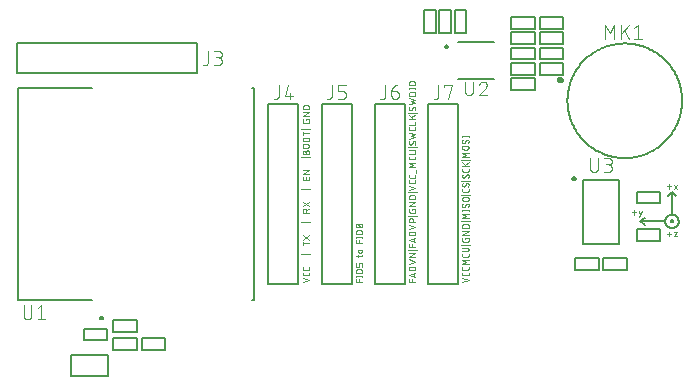
<source format=gbr>
G04 EAGLE Gerber RS-274X export*
G75*
%MOMM*%
%FSLAX34Y34*%
%LPD*%
%INSilkscreen Top*%
%IPPOS*%
%AMOC8*
5,1,8,0,0,1.08239X$1,22.5*%
G01*
%ADD10C,0.050800*%
%ADD11C,0.150000*%
%ADD12C,0.127000*%
%ADD13C,0.200000*%
%ADD14C,0.101600*%
%ADD15C,0.300000*%


D10*
X-333746Y95254D02*
X-328158Y97117D01*
X-333746Y98979D01*
X-328158Y102276D02*
X-328158Y103518D01*
X-328158Y102276D02*
X-328160Y102206D01*
X-328166Y102137D01*
X-328176Y102068D01*
X-328189Y102000D01*
X-328207Y101932D01*
X-328228Y101866D01*
X-328253Y101801D01*
X-328281Y101737D01*
X-328313Y101675D01*
X-328348Y101615D01*
X-328387Y101557D01*
X-328429Y101502D01*
X-328474Y101448D01*
X-328522Y101398D01*
X-328572Y101350D01*
X-328626Y101305D01*
X-328681Y101263D01*
X-328739Y101224D01*
X-328799Y101189D01*
X-328861Y101157D01*
X-328925Y101129D01*
X-328990Y101104D01*
X-329056Y101083D01*
X-329124Y101065D01*
X-329192Y101052D01*
X-329261Y101042D01*
X-329330Y101036D01*
X-329400Y101034D01*
X-329400Y101035D02*
X-332504Y101035D01*
X-332504Y101034D02*
X-332574Y101036D01*
X-332643Y101042D01*
X-332712Y101052D01*
X-332780Y101065D01*
X-332848Y101083D01*
X-332914Y101104D01*
X-332979Y101129D01*
X-333043Y101157D01*
X-333105Y101189D01*
X-333165Y101224D01*
X-333223Y101263D01*
X-333278Y101305D01*
X-333332Y101350D01*
X-333382Y101398D01*
X-333430Y101448D01*
X-333475Y101502D01*
X-333517Y101557D01*
X-333556Y101615D01*
X-333591Y101675D01*
X-333623Y101737D01*
X-333651Y101801D01*
X-333676Y101866D01*
X-333697Y101932D01*
X-333715Y102000D01*
X-333728Y102068D01*
X-333738Y102137D01*
X-333744Y102206D01*
X-333746Y102276D01*
X-333746Y103518D01*
X-328158Y106848D02*
X-328158Y108090D01*
X-328158Y106848D02*
X-328160Y106778D01*
X-328166Y106709D01*
X-328176Y106640D01*
X-328189Y106572D01*
X-328207Y106504D01*
X-328228Y106438D01*
X-328253Y106373D01*
X-328281Y106309D01*
X-328313Y106247D01*
X-328348Y106187D01*
X-328387Y106129D01*
X-328429Y106074D01*
X-328474Y106020D01*
X-328522Y105970D01*
X-328572Y105922D01*
X-328626Y105877D01*
X-328681Y105835D01*
X-328739Y105796D01*
X-328799Y105761D01*
X-328861Y105729D01*
X-328925Y105701D01*
X-328990Y105676D01*
X-329056Y105655D01*
X-329124Y105637D01*
X-329192Y105624D01*
X-329261Y105614D01*
X-329330Y105608D01*
X-329400Y105606D01*
X-332504Y105606D01*
X-332574Y105608D01*
X-332643Y105614D01*
X-332712Y105624D01*
X-332780Y105637D01*
X-332848Y105655D01*
X-332914Y105676D01*
X-332979Y105701D01*
X-333043Y105729D01*
X-333105Y105761D01*
X-333165Y105796D01*
X-333223Y105835D01*
X-333278Y105877D01*
X-333332Y105922D01*
X-333382Y105970D01*
X-333430Y106020D01*
X-333475Y106074D01*
X-333517Y106129D01*
X-333556Y106187D01*
X-333591Y106247D01*
X-333623Y106309D01*
X-333651Y106373D01*
X-333676Y106438D01*
X-333697Y106504D01*
X-333715Y106572D01*
X-333728Y106640D01*
X-333738Y106709D01*
X-333744Y106778D01*
X-333746Y106848D01*
X-333746Y108090D01*
X-334677Y118879D02*
X-327227Y118879D01*
X-328158Y128206D02*
X-333746Y128206D01*
X-333746Y126654D02*
X-333746Y129758D01*
X-333746Y135189D02*
X-328158Y131464D01*
X-328158Y135189D02*
X-333746Y131464D01*
X-334677Y145945D02*
X-327227Y145945D01*
X-328158Y154304D02*
X-333746Y154304D01*
X-333746Y155857D01*
X-333744Y155934D01*
X-333738Y156012D01*
X-333729Y156088D01*
X-333715Y156165D01*
X-333698Y156240D01*
X-333677Y156314D01*
X-333652Y156388D01*
X-333624Y156460D01*
X-333592Y156530D01*
X-333557Y156599D01*
X-333518Y156666D01*
X-333476Y156731D01*
X-333431Y156794D01*
X-333383Y156855D01*
X-333332Y156913D01*
X-333278Y156968D01*
X-333221Y157021D01*
X-333162Y157070D01*
X-333100Y157117D01*
X-333036Y157161D01*
X-332970Y157201D01*
X-332902Y157238D01*
X-332832Y157272D01*
X-332761Y157302D01*
X-332688Y157328D01*
X-332614Y157351D01*
X-332539Y157370D01*
X-332464Y157385D01*
X-332387Y157397D01*
X-332310Y157405D01*
X-332233Y157409D01*
X-332155Y157409D01*
X-332078Y157405D01*
X-332001Y157397D01*
X-331924Y157385D01*
X-331849Y157370D01*
X-331774Y157351D01*
X-331700Y157328D01*
X-331627Y157302D01*
X-331556Y157272D01*
X-331486Y157238D01*
X-331418Y157201D01*
X-331352Y157161D01*
X-331288Y157117D01*
X-331226Y157070D01*
X-331167Y157021D01*
X-331110Y156968D01*
X-331056Y156913D01*
X-331005Y156855D01*
X-330957Y156794D01*
X-330912Y156731D01*
X-330870Y156666D01*
X-330831Y156599D01*
X-330796Y156530D01*
X-330764Y156460D01*
X-330736Y156388D01*
X-330711Y156314D01*
X-330690Y156240D01*
X-330673Y156165D01*
X-330659Y156088D01*
X-330650Y156012D01*
X-330644Y155934D01*
X-330642Y155857D01*
X-330642Y154304D01*
X-330642Y156167D02*
X-328158Y157409D01*
X-328158Y159444D02*
X-333746Y163170D01*
X-333746Y159444D02*
X-328158Y163170D01*
X-327227Y173925D02*
X-334677Y173925D01*
X-328158Y182260D02*
X-328158Y184743D01*
X-328158Y182260D02*
X-333746Y182260D01*
X-333746Y184743D01*
X-331262Y184122D02*
X-331262Y182260D01*
X-333746Y187003D02*
X-328158Y187003D01*
X-328158Y190108D02*
X-333746Y187003D01*
X-333746Y190108D02*
X-328158Y190108D01*
X-327227Y201357D02*
X-334677Y201357D01*
X-331262Y203911D02*
X-331262Y205463D01*
X-331260Y205540D01*
X-331254Y205618D01*
X-331245Y205694D01*
X-331231Y205771D01*
X-331214Y205846D01*
X-331193Y205920D01*
X-331168Y205994D01*
X-331140Y206066D01*
X-331108Y206136D01*
X-331073Y206205D01*
X-331034Y206272D01*
X-330992Y206337D01*
X-330947Y206400D01*
X-330899Y206461D01*
X-330848Y206519D01*
X-330794Y206574D01*
X-330737Y206627D01*
X-330678Y206676D01*
X-330616Y206723D01*
X-330552Y206767D01*
X-330486Y206807D01*
X-330418Y206844D01*
X-330348Y206878D01*
X-330277Y206908D01*
X-330204Y206934D01*
X-330130Y206957D01*
X-330055Y206976D01*
X-329980Y206991D01*
X-329903Y207003D01*
X-329826Y207011D01*
X-329749Y207015D01*
X-329671Y207015D01*
X-329594Y207011D01*
X-329517Y207003D01*
X-329440Y206991D01*
X-329365Y206976D01*
X-329290Y206957D01*
X-329216Y206934D01*
X-329143Y206908D01*
X-329072Y206878D01*
X-329002Y206844D01*
X-328934Y206807D01*
X-328868Y206767D01*
X-328804Y206723D01*
X-328742Y206676D01*
X-328683Y206627D01*
X-328626Y206574D01*
X-328572Y206519D01*
X-328521Y206461D01*
X-328473Y206400D01*
X-328428Y206337D01*
X-328386Y206272D01*
X-328347Y206205D01*
X-328312Y206136D01*
X-328280Y206066D01*
X-328252Y205994D01*
X-328227Y205920D01*
X-328206Y205846D01*
X-328189Y205771D01*
X-328175Y205694D01*
X-328166Y205618D01*
X-328160Y205540D01*
X-328158Y205463D01*
X-328158Y203911D01*
X-333746Y203911D01*
X-333746Y205463D01*
X-333744Y205533D01*
X-333738Y205602D01*
X-333728Y205671D01*
X-333715Y205739D01*
X-333697Y205807D01*
X-333676Y205873D01*
X-333651Y205938D01*
X-333623Y206002D01*
X-333591Y206064D01*
X-333556Y206124D01*
X-333517Y206182D01*
X-333475Y206237D01*
X-333430Y206291D01*
X-333382Y206341D01*
X-333332Y206389D01*
X-333278Y206434D01*
X-333223Y206476D01*
X-333165Y206515D01*
X-333105Y206550D01*
X-333043Y206582D01*
X-332979Y206610D01*
X-332914Y206635D01*
X-332848Y206656D01*
X-332780Y206674D01*
X-332712Y206687D01*
X-332643Y206697D01*
X-332574Y206703D01*
X-332504Y206705D01*
X-332434Y206703D01*
X-332365Y206697D01*
X-332296Y206687D01*
X-332228Y206674D01*
X-332160Y206656D01*
X-332094Y206635D01*
X-332029Y206610D01*
X-331965Y206582D01*
X-331903Y206550D01*
X-331843Y206515D01*
X-331785Y206476D01*
X-331730Y206434D01*
X-331676Y206389D01*
X-331626Y206341D01*
X-331578Y206291D01*
X-331533Y206237D01*
X-331491Y206182D01*
X-331452Y206124D01*
X-331417Y206064D01*
X-331385Y206002D01*
X-331357Y205938D01*
X-331332Y205873D01*
X-331311Y205807D01*
X-331293Y205739D01*
X-331280Y205671D01*
X-331270Y205602D01*
X-331264Y205533D01*
X-331262Y205463D01*
X-332194Y209132D02*
X-329710Y209132D01*
X-332194Y209132D02*
X-332271Y209134D01*
X-332349Y209140D01*
X-332425Y209149D01*
X-332502Y209163D01*
X-332577Y209180D01*
X-332651Y209201D01*
X-332725Y209226D01*
X-332797Y209254D01*
X-332867Y209286D01*
X-332936Y209321D01*
X-333003Y209360D01*
X-333068Y209402D01*
X-333131Y209447D01*
X-333192Y209495D01*
X-333250Y209546D01*
X-333305Y209600D01*
X-333358Y209657D01*
X-333407Y209716D01*
X-333454Y209778D01*
X-333498Y209842D01*
X-333538Y209908D01*
X-333575Y209976D01*
X-333609Y210046D01*
X-333639Y210117D01*
X-333665Y210190D01*
X-333688Y210264D01*
X-333707Y210339D01*
X-333722Y210414D01*
X-333734Y210491D01*
X-333742Y210568D01*
X-333746Y210645D01*
X-333746Y210723D01*
X-333742Y210800D01*
X-333734Y210877D01*
X-333722Y210954D01*
X-333707Y211029D01*
X-333688Y211104D01*
X-333665Y211178D01*
X-333639Y211251D01*
X-333609Y211322D01*
X-333575Y211392D01*
X-333538Y211460D01*
X-333498Y211526D01*
X-333454Y211590D01*
X-333407Y211652D01*
X-333358Y211711D01*
X-333305Y211768D01*
X-333250Y211822D01*
X-333192Y211873D01*
X-333131Y211921D01*
X-333068Y211966D01*
X-333003Y212008D01*
X-332936Y212047D01*
X-332867Y212082D01*
X-332797Y212114D01*
X-332725Y212142D01*
X-332651Y212167D01*
X-332577Y212188D01*
X-332502Y212205D01*
X-332425Y212219D01*
X-332349Y212228D01*
X-332271Y212234D01*
X-332194Y212236D01*
X-329710Y212236D01*
X-329633Y212234D01*
X-329555Y212228D01*
X-329479Y212219D01*
X-329402Y212205D01*
X-329327Y212188D01*
X-329253Y212167D01*
X-329179Y212142D01*
X-329107Y212114D01*
X-329037Y212082D01*
X-328968Y212047D01*
X-328901Y212008D01*
X-328836Y211966D01*
X-328773Y211921D01*
X-328712Y211873D01*
X-328654Y211822D01*
X-328599Y211768D01*
X-328546Y211711D01*
X-328497Y211652D01*
X-328450Y211590D01*
X-328406Y211526D01*
X-328366Y211460D01*
X-328329Y211392D01*
X-328295Y211322D01*
X-328265Y211251D01*
X-328239Y211178D01*
X-328216Y211104D01*
X-328197Y211029D01*
X-328182Y210954D01*
X-328170Y210877D01*
X-328162Y210800D01*
X-328158Y210723D01*
X-328158Y210645D01*
X-328162Y210568D01*
X-328170Y210491D01*
X-328182Y210414D01*
X-328197Y210339D01*
X-328216Y210264D01*
X-328239Y210190D01*
X-328265Y210117D01*
X-328295Y210046D01*
X-328329Y209976D01*
X-328366Y209908D01*
X-328406Y209842D01*
X-328450Y209778D01*
X-328497Y209716D01*
X-328546Y209657D01*
X-328599Y209600D01*
X-328654Y209546D01*
X-328712Y209495D01*
X-328773Y209447D01*
X-328836Y209402D01*
X-328901Y209360D01*
X-328968Y209321D01*
X-329037Y209286D01*
X-329107Y209254D01*
X-329179Y209226D01*
X-329253Y209201D01*
X-329327Y209180D01*
X-329402Y209163D01*
X-329479Y209149D01*
X-329555Y209140D01*
X-329633Y209134D01*
X-329710Y209132D01*
X-329710Y214618D02*
X-332194Y214618D01*
X-332271Y214620D01*
X-332349Y214626D01*
X-332425Y214635D01*
X-332502Y214649D01*
X-332577Y214666D01*
X-332651Y214687D01*
X-332725Y214712D01*
X-332797Y214740D01*
X-332867Y214772D01*
X-332936Y214807D01*
X-333003Y214846D01*
X-333068Y214888D01*
X-333131Y214933D01*
X-333192Y214981D01*
X-333250Y215032D01*
X-333305Y215086D01*
X-333358Y215143D01*
X-333407Y215202D01*
X-333454Y215264D01*
X-333498Y215328D01*
X-333538Y215394D01*
X-333575Y215462D01*
X-333609Y215532D01*
X-333639Y215603D01*
X-333665Y215676D01*
X-333688Y215750D01*
X-333707Y215825D01*
X-333722Y215900D01*
X-333734Y215977D01*
X-333742Y216054D01*
X-333746Y216131D01*
X-333746Y216209D01*
X-333742Y216286D01*
X-333734Y216363D01*
X-333722Y216440D01*
X-333707Y216515D01*
X-333688Y216590D01*
X-333665Y216664D01*
X-333639Y216737D01*
X-333609Y216808D01*
X-333575Y216878D01*
X-333538Y216946D01*
X-333498Y217012D01*
X-333454Y217076D01*
X-333407Y217138D01*
X-333358Y217197D01*
X-333305Y217254D01*
X-333250Y217308D01*
X-333192Y217359D01*
X-333131Y217407D01*
X-333068Y217452D01*
X-333003Y217494D01*
X-332936Y217533D01*
X-332867Y217568D01*
X-332797Y217600D01*
X-332725Y217628D01*
X-332651Y217653D01*
X-332577Y217674D01*
X-332502Y217691D01*
X-332425Y217705D01*
X-332349Y217714D01*
X-332271Y217720D01*
X-332194Y217722D01*
X-329710Y217722D01*
X-329633Y217720D01*
X-329555Y217714D01*
X-329479Y217705D01*
X-329402Y217691D01*
X-329327Y217674D01*
X-329253Y217653D01*
X-329179Y217628D01*
X-329107Y217600D01*
X-329037Y217568D01*
X-328968Y217533D01*
X-328901Y217494D01*
X-328836Y217452D01*
X-328773Y217407D01*
X-328712Y217359D01*
X-328654Y217308D01*
X-328599Y217254D01*
X-328546Y217197D01*
X-328497Y217138D01*
X-328450Y217076D01*
X-328406Y217012D01*
X-328366Y216946D01*
X-328329Y216878D01*
X-328295Y216808D01*
X-328265Y216737D01*
X-328239Y216664D01*
X-328216Y216590D01*
X-328197Y216515D01*
X-328182Y216440D01*
X-328170Y216363D01*
X-328162Y216286D01*
X-328158Y216209D01*
X-328158Y216131D01*
X-328162Y216054D01*
X-328170Y215977D01*
X-328182Y215900D01*
X-328197Y215825D01*
X-328216Y215750D01*
X-328239Y215676D01*
X-328265Y215603D01*
X-328295Y215532D01*
X-328329Y215462D01*
X-328366Y215394D01*
X-328406Y215328D01*
X-328450Y215264D01*
X-328497Y215202D01*
X-328546Y215143D01*
X-328599Y215086D01*
X-328654Y215032D01*
X-328712Y214981D01*
X-328773Y214933D01*
X-328836Y214888D01*
X-328901Y214846D01*
X-328968Y214807D01*
X-329037Y214772D01*
X-329107Y214740D01*
X-329179Y214712D01*
X-329253Y214687D01*
X-329327Y214666D01*
X-329402Y214649D01*
X-329479Y214635D01*
X-329555Y214626D01*
X-329633Y214620D01*
X-329710Y214618D01*
X-328158Y221291D02*
X-333746Y221291D01*
X-333746Y219739D02*
X-333746Y222843D01*
X-334677Y224766D02*
X-327227Y224766D01*
X-331262Y232336D02*
X-331262Y233267D01*
X-328158Y233267D01*
X-328158Y231405D01*
X-328160Y231335D01*
X-328166Y231266D01*
X-328176Y231197D01*
X-328189Y231129D01*
X-328207Y231061D01*
X-328228Y230995D01*
X-328253Y230930D01*
X-328281Y230866D01*
X-328313Y230804D01*
X-328348Y230744D01*
X-328387Y230686D01*
X-328429Y230631D01*
X-328474Y230577D01*
X-328522Y230527D01*
X-328572Y230479D01*
X-328626Y230434D01*
X-328681Y230392D01*
X-328739Y230353D01*
X-328799Y230318D01*
X-328861Y230286D01*
X-328925Y230258D01*
X-328990Y230233D01*
X-329056Y230212D01*
X-329124Y230194D01*
X-329192Y230181D01*
X-329261Y230171D01*
X-329330Y230165D01*
X-329400Y230163D01*
X-332504Y230163D01*
X-332574Y230165D01*
X-332643Y230171D01*
X-332712Y230181D01*
X-332780Y230194D01*
X-332848Y230212D01*
X-332914Y230233D01*
X-332979Y230258D01*
X-333043Y230286D01*
X-333105Y230318D01*
X-333165Y230353D01*
X-333223Y230392D01*
X-333278Y230434D01*
X-333332Y230479D01*
X-333382Y230527D01*
X-333430Y230577D01*
X-333475Y230631D01*
X-333517Y230686D01*
X-333556Y230744D01*
X-333591Y230804D01*
X-333623Y230866D01*
X-333651Y230930D01*
X-333676Y230995D01*
X-333697Y231061D01*
X-333715Y231129D01*
X-333728Y231197D01*
X-333738Y231266D01*
X-333744Y231335D01*
X-333746Y231405D01*
X-333746Y233267D01*
X-333746Y236015D02*
X-328158Y236015D01*
X-328158Y239119D02*
X-333746Y236015D01*
X-333746Y239119D02*
X-328158Y239119D01*
X-328158Y241867D02*
X-333746Y241867D01*
X-333746Y243419D01*
X-333744Y243495D01*
X-333739Y243571D01*
X-333729Y243647D01*
X-333716Y243722D01*
X-333699Y243796D01*
X-333679Y243870D01*
X-333655Y243942D01*
X-333628Y244013D01*
X-333597Y244083D01*
X-333563Y244151D01*
X-333525Y244217D01*
X-333484Y244281D01*
X-333441Y244344D01*
X-333394Y244404D01*
X-333344Y244461D01*
X-333291Y244516D01*
X-333236Y244569D01*
X-333179Y244619D01*
X-333119Y244666D01*
X-333056Y244709D01*
X-332992Y244750D01*
X-332926Y244788D01*
X-332858Y244822D01*
X-332788Y244853D01*
X-332717Y244880D01*
X-332644Y244904D01*
X-332571Y244924D01*
X-332497Y244941D01*
X-332422Y244954D01*
X-332346Y244964D01*
X-332270Y244969D01*
X-332194Y244971D01*
X-329710Y244971D01*
X-329631Y244969D01*
X-329553Y244963D01*
X-329475Y244953D01*
X-329398Y244939D01*
X-329321Y244921D01*
X-329245Y244900D01*
X-329171Y244874D01*
X-329098Y244845D01*
X-329027Y244812D01*
X-328957Y244776D01*
X-328889Y244736D01*
X-328823Y244693D01*
X-328760Y244646D01*
X-328699Y244597D01*
X-328641Y244544D01*
X-328585Y244488D01*
X-328532Y244430D01*
X-328483Y244369D01*
X-328436Y244306D01*
X-328393Y244240D01*
X-328353Y244172D01*
X-328317Y244103D01*
X-328284Y244031D01*
X-328255Y243958D01*
X-328229Y243884D01*
X-328208Y243808D01*
X-328190Y243731D01*
X-328176Y243654D01*
X-328166Y243576D01*
X-328160Y243498D01*
X-328158Y243419D01*
X-328158Y241867D01*
X-288746Y95254D02*
X-283158Y95254D01*
X-288746Y95254D02*
X-288746Y97738D01*
X-286262Y97738D02*
X-286262Y95254D01*
X-288746Y100270D02*
X-283158Y100270D01*
X-283158Y99649D02*
X-283158Y100891D01*
X-288746Y100891D02*
X-288746Y99649D01*
X-287194Y103107D02*
X-284710Y103107D01*
X-287194Y103107D02*
X-287271Y103109D01*
X-287349Y103115D01*
X-287425Y103124D01*
X-287502Y103138D01*
X-287577Y103155D01*
X-287651Y103176D01*
X-287725Y103201D01*
X-287797Y103229D01*
X-287867Y103261D01*
X-287936Y103296D01*
X-288003Y103335D01*
X-288068Y103377D01*
X-288131Y103422D01*
X-288192Y103470D01*
X-288250Y103521D01*
X-288305Y103575D01*
X-288358Y103632D01*
X-288407Y103691D01*
X-288454Y103753D01*
X-288498Y103817D01*
X-288538Y103883D01*
X-288575Y103951D01*
X-288609Y104021D01*
X-288639Y104092D01*
X-288665Y104165D01*
X-288688Y104239D01*
X-288707Y104314D01*
X-288722Y104389D01*
X-288734Y104466D01*
X-288742Y104543D01*
X-288746Y104620D01*
X-288746Y104698D01*
X-288742Y104775D01*
X-288734Y104852D01*
X-288722Y104929D01*
X-288707Y105004D01*
X-288688Y105079D01*
X-288665Y105153D01*
X-288639Y105226D01*
X-288609Y105297D01*
X-288575Y105367D01*
X-288538Y105435D01*
X-288498Y105501D01*
X-288454Y105565D01*
X-288407Y105627D01*
X-288358Y105686D01*
X-288305Y105743D01*
X-288250Y105797D01*
X-288192Y105848D01*
X-288131Y105896D01*
X-288068Y105941D01*
X-288003Y105983D01*
X-287936Y106022D01*
X-287867Y106057D01*
X-287797Y106089D01*
X-287725Y106117D01*
X-287651Y106142D01*
X-287577Y106163D01*
X-287502Y106180D01*
X-287425Y106194D01*
X-287349Y106203D01*
X-287271Y106209D01*
X-287194Y106211D01*
X-284710Y106211D01*
X-284633Y106209D01*
X-284555Y106203D01*
X-284479Y106194D01*
X-284402Y106180D01*
X-284327Y106163D01*
X-284253Y106142D01*
X-284179Y106117D01*
X-284107Y106089D01*
X-284037Y106057D01*
X-283968Y106022D01*
X-283901Y105983D01*
X-283836Y105941D01*
X-283773Y105896D01*
X-283712Y105848D01*
X-283654Y105797D01*
X-283599Y105743D01*
X-283546Y105686D01*
X-283497Y105627D01*
X-283450Y105565D01*
X-283406Y105501D01*
X-283366Y105435D01*
X-283329Y105367D01*
X-283295Y105297D01*
X-283265Y105226D01*
X-283239Y105153D01*
X-283216Y105079D01*
X-283197Y105004D01*
X-283182Y104929D01*
X-283170Y104852D01*
X-283162Y104775D01*
X-283158Y104698D01*
X-283158Y104620D01*
X-283162Y104543D01*
X-283170Y104466D01*
X-283182Y104389D01*
X-283197Y104314D01*
X-283216Y104239D01*
X-283239Y104165D01*
X-283265Y104092D01*
X-283295Y104021D01*
X-283329Y103951D01*
X-283366Y103883D01*
X-283406Y103817D01*
X-283450Y103753D01*
X-283497Y103691D01*
X-283546Y103632D01*
X-283599Y103575D01*
X-283654Y103521D01*
X-283712Y103470D01*
X-283773Y103422D01*
X-283836Y103377D01*
X-283901Y103335D01*
X-283968Y103296D01*
X-284037Y103261D01*
X-284107Y103229D01*
X-284179Y103201D01*
X-284253Y103176D01*
X-284327Y103155D01*
X-284402Y103138D01*
X-284479Y103124D01*
X-284555Y103115D01*
X-284633Y103109D01*
X-284710Y103107D01*
X-283158Y108593D02*
X-283158Y110456D01*
X-283160Y110526D01*
X-283166Y110595D01*
X-283176Y110664D01*
X-283189Y110732D01*
X-283207Y110800D01*
X-283228Y110866D01*
X-283253Y110931D01*
X-283281Y110995D01*
X-283313Y111057D01*
X-283348Y111117D01*
X-283387Y111175D01*
X-283429Y111230D01*
X-283474Y111284D01*
X-283522Y111334D01*
X-283572Y111382D01*
X-283626Y111427D01*
X-283681Y111469D01*
X-283739Y111508D01*
X-283799Y111543D01*
X-283861Y111575D01*
X-283925Y111603D01*
X-283990Y111628D01*
X-284056Y111649D01*
X-284124Y111667D01*
X-284192Y111680D01*
X-284261Y111690D01*
X-284330Y111696D01*
X-284400Y111698D01*
X-285021Y111698D01*
X-285091Y111696D01*
X-285160Y111690D01*
X-285229Y111680D01*
X-285297Y111667D01*
X-285365Y111649D01*
X-285431Y111628D01*
X-285496Y111603D01*
X-285560Y111575D01*
X-285622Y111543D01*
X-285682Y111508D01*
X-285740Y111469D01*
X-285795Y111427D01*
X-285849Y111382D01*
X-285899Y111334D01*
X-285947Y111284D01*
X-285992Y111230D01*
X-286034Y111175D01*
X-286073Y111117D01*
X-286108Y111057D01*
X-286140Y110995D01*
X-286168Y110931D01*
X-286193Y110866D01*
X-286214Y110800D01*
X-286232Y110732D01*
X-286245Y110664D01*
X-286255Y110595D01*
X-286261Y110526D01*
X-286263Y110456D01*
X-286262Y110456D02*
X-286262Y108593D01*
X-288746Y108593D01*
X-288746Y111698D01*
X-286883Y116484D02*
X-286883Y118346D01*
X-288746Y117105D02*
X-284089Y117105D01*
X-284031Y117107D01*
X-283972Y117112D01*
X-283915Y117121D01*
X-283857Y117134D01*
X-283801Y117151D01*
X-283746Y117170D01*
X-283693Y117194D01*
X-283640Y117220D01*
X-283590Y117250D01*
X-283542Y117283D01*
X-283496Y117319D01*
X-283452Y117357D01*
X-283410Y117399D01*
X-283372Y117443D01*
X-283336Y117489D01*
X-283303Y117537D01*
X-283273Y117588D01*
X-283247Y117640D01*
X-283223Y117693D01*
X-283204Y117748D01*
X-283187Y117804D01*
X-283174Y117862D01*
X-283165Y117919D01*
X-283160Y117978D01*
X-283158Y118036D01*
X-283158Y118346D01*
X-284400Y120425D02*
X-285642Y120425D01*
X-285712Y120427D01*
X-285781Y120433D01*
X-285850Y120443D01*
X-285918Y120456D01*
X-285986Y120474D01*
X-286052Y120495D01*
X-286117Y120520D01*
X-286181Y120548D01*
X-286243Y120580D01*
X-286303Y120615D01*
X-286361Y120654D01*
X-286416Y120696D01*
X-286470Y120741D01*
X-286520Y120789D01*
X-286568Y120839D01*
X-286613Y120893D01*
X-286655Y120948D01*
X-286694Y121006D01*
X-286729Y121066D01*
X-286761Y121128D01*
X-286789Y121192D01*
X-286814Y121257D01*
X-286835Y121323D01*
X-286853Y121391D01*
X-286866Y121459D01*
X-286876Y121528D01*
X-286882Y121597D01*
X-286884Y121667D01*
X-286882Y121737D01*
X-286876Y121806D01*
X-286866Y121875D01*
X-286853Y121943D01*
X-286835Y122011D01*
X-286814Y122077D01*
X-286789Y122142D01*
X-286761Y122206D01*
X-286729Y122268D01*
X-286694Y122328D01*
X-286655Y122386D01*
X-286613Y122441D01*
X-286568Y122495D01*
X-286520Y122545D01*
X-286470Y122593D01*
X-286416Y122638D01*
X-286361Y122680D01*
X-286303Y122719D01*
X-286243Y122754D01*
X-286181Y122786D01*
X-286117Y122814D01*
X-286052Y122839D01*
X-285986Y122860D01*
X-285918Y122878D01*
X-285850Y122891D01*
X-285781Y122901D01*
X-285712Y122907D01*
X-285642Y122909D01*
X-285642Y122908D02*
X-284400Y122908D01*
X-284400Y122909D02*
X-284330Y122907D01*
X-284261Y122901D01*
X-284192Y122891D01*
X-284124Y122878D01*
X-284056Y122860D01*
X-283990Y122839D01*
X-283925Y122814D01*
X-283861Y122786D01*
X-283799Y122754D01*
X-283739Y122719D01*
X-283681Y122680D01*
X-283626Y122638D01*
X-283572Y122593D01*
X-283522Y122545D01*
X-283474Y122495D01*
X-283429Y122441D01*
X-283387Y122386D01*
X-283348Y122328D01*
X-283313Y122268D01*
X-283281Y122206D01*
X-283253Y122142D01*
X-283228Y122077D01*
X-283207Y122011D01*
X-283189Y121943D01*
X-283176Y121875D01*
X-283166Y121806D01*
X-283160Y121737D01*
X-283158Y121667D01*
X-283160Y121597D01*
X-283166Y121528D01*
X-283176Y121459D01*
X-283189Y121391D01*
X-283207Y121323D01*
X-283228Y121257D01*
X-283253Y121192D01*
X-283281Y121128D01*
X-283313Y121066D01*
X-283348Y121006D01*
X-283387Y120948D01*
X-283429Y120893D01*
X-283474Y120839D01*
X-283522Y120789D01*
X-283572Y120741D01*
X-283626Y120696D01*
X-283681Y120654D01*
X-283739Y120615D01*
X-283799Y120580D01*
X-283861Y120548D01*
X-283925Y120520D01*
X-283990Y120495D01*
X-284056Y120474D01*
X-284124Y120456D01*
X-284192Y120443D01*
X-284261Y120433D01*
X-284330Y120427D01*
X-284400Y120425D01*
X-283158Y128355D02*
X-288746Y128355D01*
X-288746Y130839D01*
X-286262Y130839D02*
X-286262Y128355D01*
X-288746Y133371D02*
X-283158Y133371D01*
X-283158Y132750D02*
X-283158Y133992D01*
X-288746Y133992D02*
X-288746Y132750D01*
X-287194Y136208D02*
X-284710Y136208D01*
X-287194Y136208D02*
X-287271Y136210D01*
X-287349Y136216D01*
X-287425Y136225D01*
X-287502Y136239D01*
X-287577Y136256D01*
X-287651Y136277D01*
X-287725Y136302D01*
X-287797Y136330D01*
X-287867Y136362D01*
X-287936Y136397D01*
X-288003Y136436D01*
X-288068Y136478D01*
X-288131Y136523D01*
X-288192Y136571D01*
X-288250Y136622D01*
X-288305Y136676D01*
X-288358Y136733D01*
X-288407Y136792D01*
X-288454Y136854D01*
X-288498Y136918D01*
X-288538Y136984D01*
X-288575Y137052D01*
X-288609Y137122D01*
X-288639Y137193D01*
X-288665Y137266D01*
X-288688Y137340D01*
X-288707Y137415D01*
X-288722Y137490D01*
X-288734Y137567D01*
X-288742Y137644D01*
X-288746Y137721D01*
X-288746Y137799D01*
X-288742Y137876D01*
X-288734Y137953D01*
X-288722Y138030D01*
X-288707Y138105D01*
X-288688Y138180D01*
X-288665Y138254D01*
X-288639Y138327D01*
X-288609Y138398D01*
X-288575Y138468D01*
X-288538Y138536D01*
X-288498Y138602D01*
X-288454Y138666D01*
X-288407Y138728D01*
X-288358Y138787D01*
X-288305Y138844D01*
X-288250Y138898D01*
X-288192Y138949D01*
X-288131Y138997D01*
X-288068Y139042D01*
X-288003Y139084D01*
X-287936Y139123D01*
X-287867Y139158D01*
X-287797Y139190D01*
X-287725Y139218D01*
X-287651Y139243D01*
X-287577Y139264D01*
X-287502Y139281D01*
X-287425Y139295D01*
X-287349Y139304D01*
X-287271Y139310D01*
X-287194Y139312D01*
X-284710Y139312D01*
X-284633Y139310D01*
X-284555Y139304D01*
X-284479Y139295D01*
X-284402Y139281D01*
X-284327Y139264D01*
X-284253Y139243D01*
X-284179Y139218D01*
X-284107Y139190D01*
X-284037Y139158D01*
X-283968Y139123D01*
X-283901Y139084D01*
X-283836Y139042D01*
X-283773Y138997D01*
X-283712Y138949D01*
X-283654Y138898D01*
X-283599Y138844D01*
X-283546Y138787D01*
X-283497Y138728D01*
X-283450Y138666D01*
X-283406Y138602D01*
X-283366Y138536D01*
X-283329Y138468D01*
X-283295Y138398D01*
X-283265Y138327D01*
X-283239Y138254D01*
X-283216Y138180D01*
X-283197Y138105D01*
X-283182Y138030D01*
X-283170Y137953D01*
X-283162Y137876D01*
X-283158Y137799D01*
X-283158Y137721D01*
X-283162Y137644D01*
X-283170Y137567D01*
X-283182Y137490D01*
X-283197Y137415D01*
X-283216Y137340D01*
X-283239Y137266D01*
X-283265Y137193D01*
X-283295Y137122D01*
X-283329Y137052D01*
X-283366Y136984D01*
X-283406Y136918D01*
X-283450Y136854D01*
X-283497Y136792D01*
X-283546Y136733D01*
X-283599Y136676D01*
X-283654Y136622D01*
X-283712Y136571D01*
X-283773Y136523D01*
X-283836Y136478D01*
X-283901Y136436D01*
X-283968Y136397D01*
X-284037Y136362D01*
X-284107Y136330D01*
X-284179Y136302D01*
X-284253Y136277D01*
X-284327Y136256D01*
X-284402Y136239D01*
X-284479Y136225D01*
X-284555Y136216D01*
X-284633Y136210D01*
X-284710Y136208D01*
X-285952Y141694D02*
X-286083Y141696D01*
X-286213Y141701D01*
X-286343Y141711D01*
X-286473Y141724D01*
X-286603Y141740D01*
X-286732Y141760D01*
X-286860Y141784D01*
X-286987Y141812D01*
X-287114Y141843D01*
X-287240Y141878D01*
X-287365Y141916D01*
X-287489Y141958D01*
X-287611Y142003D01*
X-287732Y142052D01*
X-287852Y142104D01*
X-287970Y142160D01*
X-287970Y142159D02*
X-288030Y142182D01*
X-288090Y142208D01*
X-288147Y142237D01*
X-288203Y142270D01*
X-288257Y142306D01*
X-288309Y142344D01*
X-288359Y142386D01*
X-288406Y142430D01*
X-288451Y142477D01*
X-288493Y142527D01*
X-288532Y142578D01*
X-288568Y142632D01*
X-288601Y142688D01*
X-288631Y142745D01*
X-288658Y142804D01*
X-288681Y142865D01*
X-288701Y142926D01*
X-288717Y142989D01*
X-288730Y143053D01*
X-288739Y143117D01*
X-288744Y143181D01*
X-288746Y143246D01*
X-288744Y143311D01*
X-288739Y143375D01*
X-288730Y143439D01*
X-288717Y143503D01*
X-288701Y143566D01*
X-288681Y143627D01*
X-288658Y143688D01*
X-288631Y143747D01*
X-288601Y143804D01*
X-288568Y143860D01*
X-288532Y143914D01*
X-288493Y143965D01*
X-288451Y144015D01*
X-288406Y144062D01*
X-288359Y144106D01*
X-288309Y144148D01*
X-288257Y144186D01*
X-288203Y144222D01*
X-288147Y144255D01*
X-288090Y144284D01*
X-288030Y144310D01*
X-287970Y144333D01*
X-287852Y144389D01*
X-287732Y144441D01*
X-287611Y144490D01*
X-287489Y144535D01*
X-287365Y144577D01*
X-287240Y144615D01*
X-287114Y144650D01*
X-286988Y144681D01*
X-286860Y144709D01*
X-286732Y144733D01*
X-286603Y144753D01*
X-286473Y144769D01*
X-286343Y144782D01*
X-286213Y144792D01*
X-286083Y144797D01*
X-285952Y144799D01*
X-285952Y141694D02*
X-285821Y141696D01*
X-285691Y141701D01*
X-285561Y141711D01*
X-285431Y141724D01*
X-285301Y141740D01*
X-285172Y141760D01*
X-285044Y141784D01*
X-284917Y141812D01*
X-284790Y141843D01*
X-284664Y141878D01*
X-284539Y141916D01*
X-284415Y141958D01*
X-284293Y142003D01*
X-284172Y142052D01*
X-284052Y142104D01*
X-283934Y142160D01*
X-283934Y142159D02*
X-283874Y142182D01*
X-283814Y142208D01*
X-283757Y142237D01*
X-283701Y142270D01*
X-283647Y142306D01*
X-283595Y142344D01*
X-283545Y142386D01*
X-283498Y142430D01*
X-283453Y142477D01*
X-283411Y142527D01*
X-283372Y142578D01*
X-283336Y142632D01*
X-283303Y142688D01*
X-283273Y142745D01*
X-283246Y142804D01*
X-283223Y142865D01*
X-283203Y142926D01*
X-283187Y142989D01*
X-283174Y143053D01*
X-283165Y143117D01*
X-283160Y143181D01*
X-283158Y143246D01*
X-283934Y144333D02*
X-284052Y144389D01*
X-284172Y144441D01*
X-284293Y144490D01*
X-284415Y144535D01*
X-284539Y144577D01*
X-284664Y144615D01*
X-284790Y144650D01*
X-284916Y144681D01*
X-285044Y144709D01*
X-285172Y144733D01*
X-285301Y144753D01*
X-285431Y144769D01*
X-285561Y144782D01*
X-285691Y144792D01*
X-285821Y144797D01*
X-285952Y144799D01*
X-283934Y144333D02*
X-283874Y144310D01*
X-283814Y144284D01*
X-283757Y144255D01*
X-283701Y144222D01*
X-283647Y144186D01*
X-283595Y144148D01*
X-283545Y144106D01*
X-283498Y144062D01*
X-283453Y144015D01*
X-283411Y143965D01*
X-283372Y143914D01*
X-283336Y143860D01*
X-283303Y143804D01*
X-283273Y143747D01*
X-283246Y143688D01*
X-283223Y143627D01*
X-283203Y143566D01*
X-283187Y143503D01*
X-283174Y143439D01*
X-283165Y143375D01*
X-283160Y143311D01*
X-283158Y143246D01*
X-284400Y142004D02*
X-287504Y144488D01*
X-243746Y95254D02*
X-238158Y95254D01*
X-243746Y95254D02*
X-243746Y97738D01*
X-241262Y97738D02*
X-241262Y95254D01*
X-238158Y99504D02*
X-243746Y101367D01*
X-238158Y103230D01*
X-239555Y102764D02*
X-239555Y99970D01*
X-238158Y105484D02*
X-243746Y105484D01*
X-243746Y107036D01*
X-243744Y107112D01*
X-243739Y107188D01*
X-243729Y107264D01*
X-243716Y107339D01*
X-243699Y107413D01*
X-243679Y107487D01*
X-243655Y107559D01*
X-243628Y107630D01*
X-243597Y107700D01*
X-243563Y107768D01*
X-243525Y107834D01*
X-243484Y107898D01*
X-243441Y107961D01*
X-243394Y108021D01*
X-243344Y108078D01*
X-243291Y108133D01*
X-243236Y108186D01*
X-243179Y108236D01*
X-243119Y108283D01*
X-243056Y108326D01*
X-242992Y108367D01*
X-242926Y108405D01*
X-242858Y108439D01*
X-242788Y108470D01*
X-242717Y108497D01*
X-242644Y108521D01*
X-242571Y108541D01*
X-242497Y108558D01*
X-242422Y108571D01*
X-242346Y108581D01*
X-242270Y108586D01*
X-242194Y108588D01*
X-242194Y108589D02*
X-239710Y108589D01*
X-239710Y108588D02*
X-239631Y108586D01*
X-239553Y108580D01*
X-239475Y108570D01*
X-239398Y108556D01*
X-239321Y108538D01*
X-239245Y108517D01*
X-239171Y108491D01*
X-239098Y108462D01*
X-239027Y108429D01*
X-238957Y108393D01*
X-238889Y108353D01*
X-238823Y108310D01*
X-238760Y108263D01*
X-238699Y108214D01*
X-238641Y108161D01*
X-238585Y108105D01*
X-238532Y108047D01*
X-238483Y107986D01*
X-238436Y107923D01*
X-238393Y107857D01*
X-238353Y107789D01*
X-238317Y107720D01*
X-238284Y107648D01*
X-238255Y107575D01*
X-238229Y107501D01*
X-238208Y107425D01*
X-238190Y107348D01*
X-238176Y107271D01*
X-238166Y107193D01*
X-238160Y107115D01*
X-238158Y107036D01*
X-238158Y105484D01*
X-238158Y112706D02*
X-243746Y110843D01*
X-243746Y114568D02*
X-238158Y112706D01*
X-238158Y116823D02*
X-243746Y116823D01*
X-238158Y119927D01*
X-243746Y119927D01*
X-244677Y122398D02*
X-237227Y122398D01*
X-238158Y124880D02*
X-243746Y124880D01*
X-243746Y127364D01*
X-241262Y127364D02*
X-241262Y124880D01*
X-238158Y129131D02*
X-243746Y130993D01*
X-238158Y132856D01*
X-239555Y132390D02*
X-239555Y129596D01*
X-238158Y135111D02*
X-243746Y135111D01*
X-243746Y136663D01*
X-243744Y136739D01*
X-243739Y136815D01*
X-243729Y136891D01*
X-243716Y136966D01*
X-243699Y137040D01*
X-243679Y137114D01*
X-243655Y137186D01*
X-243628Y137257D01*
X-243597Y137327D01*
X-243563Y137395D01*
X-243525Y137461D01*
X-243484Y137525D01*
X-243441Y137588D01*
X-243394Y137648D01*
X-243344Y137705D01*
X-243291Y137760D01*
X-243236Y137813D01*
X-243179Y137863D01*
X-243119Y137910D01*
X-243056Y137953D01*
X-242992Y137994D01*
X-242926Y138032D01*
X-242858Y138066D01*
X-242788Y138097D01*
X-242717Y138124D01*
X-242644Y138148D01*
X-242571Y138168D01*
X-242497Y138185D01*
X-242422Y138198D01*
X-242346Y138208D01*
X-242270Y138213D01*
X-242194Y138215D01*
X-239710Y138215D01*
X-239631Y138213D01*
X-239553Y138207D01*
X-239475Y138197D01*
X-239398Y138183D01*
X-239321Y138165D01*
X-239245Y138144D01*
X-239171Y138118D01*
X-239098Y138089D01*
X-239027Y138056D01*
X-238957Y138020D01*
X-238889Y137980D01*
X-238823Y137937D01*
X-238760Y137890D01*
X-238699Y137841D01*
X-238641Y137788D01*
X-238585Y137732D01*
X-238532Y137674D01*
X-238483Y137613D01*
X-238436Y137550D01*
X-238393Y137484D01*
X-238353Y137416D01*
X-238317Y137347D01*
X-238284Y137275D01*
X-238255Y137202D01*
X-238229Y137128D01*
X-238208Y137052D01*
X-238190Y136975D01*
X-238176Y136898D01*
X-238166Y136820D01*
X-238160Y136742D01*
X-238158Y136663D01*
X-238158Y135111D01*
X-238158Y142332D02*
X-243746Y140469D01*
X-243746Y144195D02*
X-238158Y142332D01*
X-238158Y146532D02*
X-243746Y146532D01*
X-243746Y148084D01*
X-243744Y148161D01*
X-243738Y148239D01*
X-243729Y148315D01*
X-243715Y148392D01*
X-243698Y148467D01*
X-243677Y148541D01*
X-243652Y148615D01*
X-243624Y148687D01*
X-243592Y148757D01*
X-243557Y148826D01*
X-243518Y148893D01*
X-243476Y148958D01*
X-243431Y149021D01*
X-243383Y149082D01*
X-243332Y149140D01*
X-243278Y149195D01*
X-243221Y149248D01*
X-243162Y149297D01*
X-243100Y149344D01*
X-243036Y149388D01*
X-242970Y149428D01*
X-242902Y149465D01*
X-242832Y149499D01*
X-242761Y149529D01*
X-242688Y149555D01*
X-242614Y149578D01*
X-242539Y149597D01*
X-242464Y149612D01*
X-242387Y149624D01*
X-242310Y149632D01*
X-242233Y149636D01*
X-242155Y149636D01*
X-242078Y149632D01*
X-242001Y149624D01*
X-241924Y149612D01*
X-241849Y149597D01*
X-241774Y149578D01*
X-241700Y149555D01*
X-241627Y149529D01*
X-241556Y149499D01*
X-241486Y149465D01*
X-241418Y149428D01*
X-241352Y149388D01*
X-241288Y149344D01*
X-241226Y149297D01*
X-241167Y149248D01*
X-241110Y149195D01*
X-241056Y149140D01*
X-241005Y149082D01*
X-240957Y149021D01*
X-240912Y148958D01*
X-240870Y148893D01*
X-240831Y148826D01*
X-240796Y148757D01*
X-240764Y148687D01*
X-240736Y148615D01*
X-240711Y148541D01*
X-240690Y148467D01*
X-240673Y148392D01*
X-240659Y148315D01*
X-240650Y148239D01*
X-240644Y148161D01*
X-240642Y148084D01*
X-240642Y146532D01*
X-237227Y151659D02*
X-244677Y151659D01*
X-241262Y156303D02*
X-241262Y157234D01*
X-238158Y157234D01*
X-238158Y155372D01*
X-238160Y155302D01*
X-238166Y155233D01*
X-238176Y155164D01*
X-238189Y155096D01*
X-238207Y155028D01*
X-238228Y154962D01*
X-238253Y154897D01*
X-238281Y154833D01*
X-238313Y154771D01*
X-238348Y154711D01*
X-238387Y154653D01*
X-238429Y154598D01*
X-238474Y154544D01*
X-238522Y154494D01*
X-238572Y154446D01*
X-238626Y154401D01*
X-238681Y154359D01*
X-238739Y154320D01*
X-238799Y154285D01*
X-238861Y154253D01*
X-238925Y154225D01*
X-238990Y154200D01*
X-239056Y154179D01*
X-239124Y154161D01*
X-239192Y154148D01*
X-239261Y154138D01*
X-239330Y154132D01*
X-239400Y154130D01*
X-242504Y154130D01*
X-242574Y154132D01*
X-242643Y154138D01*
X-242712Y154148D01*
X-242780Y154161D01*
X-242848Y154179D01*
X-242914Y154200D01*
X-242979Y154225D01*
X-243043Y154253D01*
X-243105Y154285D01*
X-243165Y154320D01*
X-243223Y154359D01*
X-243278Y154401D01*
X-243332Y154446D01*
X-243382Y154494D01*
X-243430Y154544D01*
X-243475Y154598D01*
X-243517Y154653D01*
X-243556Y154711D01*
X-243591Y154771D01*
X-243623Y154833D01*
X-243651Y154897D01*
X-243676Y154962D01*
X-243697Y155028D01*
X-243715Y155096D01*
X-243728Y155164D01*
X-243738Y155233D01*
X-243744Y155302D01*
X-243746Y155372D01*
X-243746Y157234D01*
X-243746Y159982D02*
X-238158Y159982D01*
X-238158Y163086D02*
X-243746Y159982D01*
X-243746Y163086D02*
X-238158Y163086D01*
X-238158Y165834D02*
X-243746Y165834D01*
X-243746Y167386D01*
X-243744Y167462D01*
X-243739Y167538D01*
X-243729Y167614D01*
X-243716Y167689D01*
X-243699Y167763D01*
X-243679Y167837D01*
X-243655Y167909D01*
X-243628Y167980D01*
X-243597Y168050D01*
X-243563Y168118D01*
X-243525Y168184D01*
X-243484Y168248D01*
X-243441Y168311D01*
X-243394Y168371D01*
X-243344Y168428D01*
X-243291Y168483D01*
X-243236Y168536D01*
X-243179Y168586D01*
X-243119Y168633D01*
X-243056Y168676D01*
X-242992Y168717D01*
X-242926Y168755D01*
X-242858Y168789D01*
X-242788Y168820D01*
X-242717Y168847D01*
X-242644Y168871D01*
X-242571Y168891D01*
X-242497Y168908D01*
X-242422Y168921D01*
X-242346Y168931D01*
X-242270Y168936D01*
X-242194Y168938D01*
X-242194Y168939D02*
X-239710Y168939D01*
X-239710Y168938D02*
X-239631Y168936D01*
X-239553Y168930D01*
X-239475Y168920D01*
X-239398Y168906D01*
X-239321Y168888D01*
X-239245Y168867D01*
X-239171Y168841D01*
X-239098Y168812D01*
X-239027Y168779D01*
X-238957Y168743D01*
X-238889Y168703D01*
X-238823Y168660D01*
X-238760Y168613D01*
X-238699Y168564D01*
X-238641Y168511D01*
X-238585Y168455D01*
X-238532Y168397D01*
X-238483Y168336D01*
X-238436Y168273D01*
X-238393Y168207D01*
X-238353Y168139D01*
X-238317Y168070D01*
X-238284Y167998D01*
X-238255Y167925D01*
X-238229Y167851D01*
X-238208Y167775D01*
X-238190Y167698D01*
X-238176Y167621D01*
X-238166Y167543D01*
X-238160Y167465D01*
X-238158Y167386D01*
X-238158Y165834D01*
X-237227Y171410D02*
X-244677Y171410D01*
X-243746Y173388D02*
X-238158Y175250D01*
X-243746Y177113D01*
X-238158Y180410D02*
X-238158Y181652D01*
X-238158Y180410D02*
X-238160Y180340D01*
X-238166Y180271D01*
X-238176Y180202D01*
X-238189Y180134D01*
X-238207Y180066D01*
X-238228Y180000D01*
X-238253Y179935D01*
X-238281Y179871D01*
X-238313Y179809D01*
X-238348Y179749D01*
X-238387Y179691D01*
X-238429Y179636D01*
X-238474Y179582D01*
X-238522Y179532D01*
X-238572Y179484D01*
X-238626Y179439D01*
X-238681Y179397D01*
X-238739Y179358D01*
X-238799Y179323D01*
X-238861Y179291D01*
X-238925Y179263D01*
X-238990Y179238D01*
X-239056Y179217D01*
X-239124Y179199D01*
X-239192Y179186D01*
X-239261Y179176D01*
X-239330Y179170D01*
X-239400Y179168D01*
X-242504Y179168D01*
X-242574Y179170D01*
X-242643Y179176D01*
X-242712Y179186D01*
X-242780Y179199D01*
X-242848Y179217D01*
X-242914Y179238D01*
X-242979Y179263D01*
X-243043Y179291D01*
X-243105Y179323D01*
X-243165Y179358D01*
X-243223Y179397D01*
X-243278Y179439D01*
X-243332Y179484D01*
X-243382Y179532D01*
X-243430Y179582D01*
X-243475Y179636D01*
X-243517Y179691D01*
X-243556Y179749D01*
X-243591Y179809D01*
X-243623Y179871D01*
X-243651Y179935D01*
X-243676Y180000D01*
X-243697Y180066D01*
X-243715Y180134D01*
X-243728Y180202D01*
X-243738Y180271D01*
X-243744Y180340D01*
X-243746Y180410D01*
X-243746Y181652D01*
X-238158Y184982D02*
X-238158Y186224D01*
X-238158Y184982D02*
X-238160Y184912D01*
X-238166Y184843D01*
X-238176Y184774D01*
X-238189Y184706D01*
X-238207Y184638D01*
X-238228Y184572D01*
X-238253Y184507D01*
X-238281Y184443D01*
X-238313Y184381D01*
X-238348Y184321D01*
X-238387Y184263D01*
X-238429Y184208D01*
X-238474Y184154D01*
X-238522Y184104D01*
X-238572Y184056D01*
X-238626Y184011D01*
X-238681Y183969D01*
X-238739Y183930D01*
X-238799Y183895D01*
X-238861Y183863D01*
X-238925Y183835D01*
X-238990Y183810D01*
X-239056Y183789D01*
X-239124Y183771D01*
X-239192Y183758D01*
X-239261Y183748D01*
X-239330Y183742D01*
X-239400Y183740D01*
X-242504Y183740D01*
X-242574Y183742D01*
X-242643Y183748D01*
X-242712Y183758D01*
X-242780Y183771D01*
X-242848Y183789D01*
X-242914Y183810D01*
X-242979Y183835D01*
X-243043Y183863D01*
X-243105Y183895D01*
X-243165Y183930D01*
X-243223Y183969D01*
X-243278Y184011D01*
X-243332Y184056D01*
X-243382Y184104D01*
X-243430Y184154D01*
X-243475Y184208D01*
X-243517Y184263D01*
X-243556Y184321D01*
X-243591Y184381D01*
X-243623Y184443D01*
X-243651Y184507D01*
X-243676Y184572D01*
X-243697Y184638D01*
X-243715Y184706D01*
X-243728Y184774D01*
X-243738Y184843D01*
X-243744Y184912D01*
X-243746Y184982D01*
X-243746Y186224D01*
X-237537Y188090D02*
X-237537Y190574D01*
X-238158Y192956D02*
X-243746Y192956D01*
X-240642Y194818D01*
X-243746Y196681D01*
X-238158Y196681D01*
X-238158Y200526D02*
X-238158Y201768D01*
X-238158Y200526D02*
X-238160Y200456D01*
X-238166Y200387D01*
X-238176Y200318D01*
X-238189Y200250D01*
X-238207Y200182D01*
X-238228Y200116D01*
X-238253Y200051D01*
X-238281Y199987D01*
X-238313Y199925D01*
X-238348Y199865D01*
X-238387Y199807D01*
X-238429Y199752D01*
X-238474Y199698D01*
X-238522Y199648D01*
X-238572Y199600D01*
X-238626Y199555D01*
X-238681Y199513D01*
X-238739Y199474D01*
X-238799Y199439D01*
X-238861Y199407D01*
X-238925Y199379D01*
X-238990Y199354D01*
X-239056Y199333D01*
X-239124Y199315D01*
X-239192Y199302D01*
X-239261Y199292D01*
X-239330Y199286D01*
X-239400Y199284D01*
X-239400Y199285D02*
X-242504Y199285D01*
X-242574Y199287D01*
X-242643Y199293D01*
X-242712Y199303D01*
X-242780Y199316D01*
X-242848Y199334D01*
X-242914Y199355D01*
X-242979Y199380D01*
X-243043Y199408D01*
X-243105Y199440D01*
X-243165Y199475D01*
X-243223Y199514D01*
X-243278Y199556D01*
X-243332Y199601D01*
X-243382Y199649D01*
X-243430Y199699D01*
X-243475Y199753D01*
X-243517Y199808D01*
X-243556Y199866D01*
X-243591Y199926D01*
X-243623Y199988D01*
X-243651Y200052D01*
X-243676Y200117D01*
X-243697Y200183D01*
X-243715Y200251D01*
X-243728Y200319D01*
X-243738Y200388D01*
X-243744Y200457D01*
X-243746Y200527D01*
X-243746Y200526D02*
X-243746Y201768D01*
X-243746Y204056D02*
X-239710Y204056D01*
X-239633Y204058D01*
X-239555Y204064D01*
X-239479Y204073D01*
X-239402Y204087D01*
X-239327Y204104D01*
X-239253Y204125D01*
X-239179Y204150D01*
X-239107Y204178D01*
X-239037Y204210D01*
X-238968Y204245D01*
X-238901Y204284D01*
X-238836Y204326D01*
X-238773Y204371D01*
X-238712Y204419D01*
X-238654Y204470D01*
X-238599Y204524D01*
X-238546Y204581D01*
X-238497Y204640D01*
X-238450Y204702D01*
X-238406Y204766D01*
X-238366Y204832D01*
X-238329Y204900D01*
X-238295Y204970D01*
X-238265Y205041D01*
X-238239Y205114D01*
X-238216Y205188D01*
X-238197Y205263D01*
X-238182Y205338D01*
X-238170Y205415D01*
X-238162Y205492D01*
X-238158Y205569D01*
X-238158Y205647D01*
X-238162Y205724D01*
X-238170Y205801D01*
X-238182Y205878D01*
X-238197Y205953D01*
X-238216Y206028D01*
X-238239Y206102D01*
X-238265Y206175D01*
X-238295Y206246D01*
X-238329Y206316D01*
X-238366Y206384D01*
X-238406Y206450D01*
X-238450Y206514D01*
X-238497Y206576D01*
X-238546Y206635D01*
X-238599Y206692D01*
X-238654Y206746D01*
X-238712Y206797D01*
X-238773Y206845D01*
X-238836Y206890D01*
X-238901Y206932D01*
X-238968Y206971D01*
X-239037Y207006D01*
X-239107Y207038D01*
X-239179Y207066D01*
X-239253Y207091D01*
X-239327Y207112D01*
X-239402Y207129D01*
X-239479Y207143D01*
X-239555Y207152D01*
X-239633Y207158D01*
X-239710Y207160D01*
X-243746Y207160D01*
X-244677Y209631D02*
X-237227Y209631D01*
X-238158Y213599D02*
X-238160Y213669D01*
X-238166Y213738D01*
X-238176Y213807D01*
X-238189Y213875D01*
X-238207Y213943D01*
X-238228Y214009D01*
X-238253Y214074D01*
X-238281Y214138D01*
X-238313Y214200D01*
X-238348Y214260D01*
X-238387Y214318D01*
X-238429Y214373D01*
X-238474Y214427D01*
X-238522Y214477D01*
X-238572Y214525D01*
X-238626Y214570D01*
X-238681Y214612D01*
X-238739Y214651D01*
X-238799Y214686D01*
X-238861Y214718D01*
X-238925Y214746D01*
X-238990Y214771D01*
X-239056Y214792D01*
X-239124Y214810D01*
X-239192Y214823D01*
X-239261Y214833D01*
X-239330Y214839D01*
X-239400Y214841D01*
X-238158Y213599D02*
X-238160Y213500D01*
X-238165Y213402D01*
X-238175Y213304D01*
X-238188Y213206D01*
X-238204Y213109D01*
X-238224Y213012D01*
X-238248Y212917D01*
X-238276Y212822D01*
X-238307Y212728D01*
X-238341Y212636D01*
X-238379Y212545D01*
X-238420Y212455D01*
X-238465Y212367D01*
X-238513Y212281D01*
X-238564Y212197D01*
X-238618Y212115D01*
X-238676Y212034D01*
X-238736Y211956D01*
X-238799Y211881D01*
X-238865Y211807D01*
X-238934Y211737D01*
X-242504Y211892D02*
X-242574Y211894D01*
X-242643Y211900D01*
X-242712Y211910D01*
X-242780Y211923D01*
X-242848Y211941D01*
X-242914Y211962D01*
X-242979Y211987D01*
X-243043Y212015D01*
X-243105Y212047D01*
X-243165Y212082D01*
X-243223Y212121D01*
X-243278Y212163D01*
X-243332Y212208D01*
X-243382Y212256D01*
X-243430Y212306D01*
X-243475Y212360D01*
X-243517Y212415D01*
X-243556Y212473D01*
X-243591Y212533D01*
X-243623Y212595D01*
X-243651Y212659D01*
X-243676Y212724D01*
X-243697Y212790D01*
X-243715Y212858D01*
X-243728Y212926D01*
X-243738Y212995D01*
X-243744Y213064D01*
X-243746Y213134D01*
X-243744Y213228D01*
X-243738Y213321D01*
X-243729Y213414D01*
X-243716Y213507D01*
X-243699Y213599D01*
X-243679Y213690D01*
X-243654Y213781D01*
X-243627Y213870D01*
X-243595Y213958D01*
X-243560Y214045D01*
X-243522Y214131D01*
X-243480Y214214D01*
X-243435Y214296D01*
X-243387Y214377D01*
X-243335Y214455D01*
X-243280Y214531D01*
X-241418Y212513D02*
X-241454Y212454D01*
X-241494Y212398D01*
X-241537Y212344D01*
X-241582Y212292D01*
X-241631Y212243D01*
X-241682Y212197D01*
X-241735Y212154D01*
X-241791Y212113D01*
X-241849Y212076D01*
X-241909Y212041D01*
X-241970Y212011D01*
X-242033Y211983D01*
X-242098Y211959D01*
X-242164Y211939D01*
X-242231Y211922D01*
X-242298Y211909D01*
X-242366Y211900D01*
X-242435Y211894D01*
X-242504Y211892D01*
X-240486Y214220D02*
X-240450Y214279D01*
X-240410Y214335D01*
X-240367Y214389D01*
X-240322Y214441D01*
X-240273Y214490D01*
X-240222Y214536D01*
X-240169Y214579D01*
X-240113Y214620D01*
X-240055Y214657D01*
X-239995Y214692D01*
X-239934Y214722D01*
X-239871Y214750D01*
X-239806Y214774D01*
X-239740Y214794D01*
X-239673Y214811D01*
X-239606Y214824D01*
X-239538Y214833D01*
X-239469Y214839D01*
X-239400Y214841D01*
X-240486Y214220D02*
X-241418Y212513D01*
X-243746Y216840D02*
X-238158Y218082D01*
X-241883Y219324D01*
X-238158Y220566D01*
X-243746Y221808D01*
X-238158Y225215D02*
X-238158Y226457D01*
X-238158Y225215D02*
X-238160Y225145D01*
X-238166Y225076D01*
X-238176Y225007D01*
X-238189Y224939D01*
X-238207Y224871D01*
X-238228Y224805D01*
X-238253Y224740D01*
X-238281Y224676D01*
X-238313Y224614D01*
X-238348Y224554D01*
X-238387Y224496D01*
X-238429Y224441D01*
X-238474Y224387D01*
X-238522Y224337D01*
X-238572Y224289D01*
X-238626Y224244D01*
X-238681Y224202D01*
X-238739Y224163D01*
X-238799Y224128D01*
X-238861Y224096D01*
X-238925Y224068D01*
X-238990Y224043D01*
X-239056Y224022D01*
X-239124Y224004D01*
X-239192Y223991D01*
X-239261Y223981D01*
X-239330Y223975D01*
X-239400Y223973D01*
X-242504Y223973D01*
X-242574Y223975D01*
X-242643Y223981D01*
X-242712Y223991D01*
X-242780Y224004D01*
X-242848Y224022D01*
X-242914Y224043D01*
X-242979Y224068D01*
X-243043Y224096D01*
X-243105Y224128D01*
X-243165Y224163D01*
X-243223Y224202D01*
X-243278Y224244D01*
X-243332Y224289D01*
X-243382Y224337D01*
X-243430Y224387D01*
X-243475Y224441D01*
X-243517Y224496D01*
X-243556Y224554D01*
X-243591Y224614D01*
X-243623Y224676D01*
X-243651Y224740D01*
X-243676Y224805D01*
X-243697Y224871D01*
X-243715Y224939D01*
X-243728Y225007D01*
X-243738Y225076D01*
X-243744Y225145D01*
X-243746Y225215D01*
X-243746Y226457D01*
X-243746Y228756D02*
X-238158Y228756D01*
X-238158Y231239D01*
X-238158Y233582D02*
X-243746Y233582D01*
X-243746Y236687D02*
X-240331Y233582D01*
X-241573Y234824D02*
X-238158Y236687D01*
X-237227Y238709D02*
X-244677Y238709D01*
X-239400Y243919D02*
X-239330Y243917D01*
X-239261Y243911D01*
X-239192Y243901D01*
X-239124Y243888D01*
X-239056Y243870D01*
X-238990Y243849D01*
X-238925Y243824D01*
X-238861Y243796D01*
X-238799Y243764D01*
X-238739Y243729D01*
X-238681Y243690D01*
X-238626Y243648D01*
X-238572Y243603D01*
X-238522Y243555D01*
X-238474Y243505D01*
X-238429Y243451D01*
X-238387Y243396D01*
X-238348Y243338D01*
X-238313Y243278D01*
X-238281Y243216D01*
X-238253Y243152D01*
X-238228Y243087D01*
X-238207Y243021D01*
X-238189Y242953D01*
X-238176Y242885D01*
X-238166Y242816D01*
X-238160Y242747D01*
X-238158Y242677D01*
X-238160Y242578D01*
X-238165Y242480D01*
X-238175Y242382D01*
X-238188Y242284D01*
X-238204Y242187D01*
X-238224Y242090D01*
X-238248Y241995D01*
X-238276Y241900D01*
X-238307Y241806D01*
X-238341Y241714D01*
X-238379Y241623D01*
X-238420Y241533D01*
X-238465Y241445D01*
X-238513Y241359D01*
X-238564Y241275D01*
X-238618Y241193D01*
X-238676Y241112D01*
X-238736Y241034D01*
X-238799Y240959D01*
X-238865Y240885D01*
X-238934Y240815D01*
X-242504Y240969D02*
X-242574Y240971D01*
X-242643Y240977D01*
X-242712Y240987D01*
X-242780Y241000D01*
X-242848Y241018D01*
X-242914Y241039D01*
X-242979Y241064D01*
X-243043Y241092D01*
X-243105Y241124D01*
X-243165Y241159D01*
X-243223Y241198D01*
X-243278Y241240D01*
X-243332Y241285D01*
X-243382Y241333D01*
X-243430Y241383D01*
X-243475Y241437D01*
X-243517Y241492D01*
X-243556Y241550D01*
X-243591Y241610D01*
X-243623Y241672D01*
X-243651Y241736D01*
X-243676Y241801D01*
X-243697Y241867D01*
X-243715Y241935D01*
X-243728Y242003D01*
X-243738Y242072D01*
X-243744Y242141D01*
X-243746Y242211D01*
X-243744Y242305D01*
X-243738Y242398D01*
X-243729Y242491D01*
X-243716Y242584D01*
X-243699Y242676D01*
X-243679Y242767D01*
X-243654Y242858D01*
X-243627Y242947D01*
X-243595Y243035D01*
X-243560Y243122D01*
X-243522Y243208D01*
X-243480Y243291D01*
X-243435Y243373D01*
X-243387Y243454D01*
X-243335Y243532D01*
X-243280Y243608D01*
X-241418Y241591D02*
X-241454Y241532D01*
X-241494Y241476D01*
X-241537Y241422D01*
X-241582Y241370D01*
X-241631Y241321D01*
X-241682Y241275D01*
X-241735Y241232D01*
X-241791Y241191D01*
X-241849Y241154D01*
X-241909Y241119D01*
X-241970Y241089D01*
X-242033Y241061D01*
X-242098Y241037D01*
X-242164Y241017D01*
X-242231Y241000D01*
X-242298Y240987D01*
X-242366Y240978D01*
X-242435Y240972D01*
X-242504Y240970D01*
X-240486Y243298D02*
X-240450Y243357D01*
X-240410Y243413D01*
X-240367Y243467D01*
X-240322Y243519D01*
X-240273Y243568D01*
X-240222Y243614D01*
X-240169Y243657D01*
X-240113Y243698D01*
X-240055Y243735D01*
X-239995Y243770D01*
X-239934Y243800D01*
X-239871Y243828D01*
X-239806Y243852D01*
X-239740Y243872D01*
X-239673Y243889D01*
X-239606Y243902D01*
X-239538Y243911D01*
X-239469Y243917D01*
X-239400Y243919D01*
X-240486Y243298D02*
X-241418Y241591D01*
X-243746Y245918D02*
X-238158Y247160D01*
X-241883Y248402D01*
X-238158Y249643D01*
X-243746Y250885D01*
X-243746Y253250D02*
X-238158Y253250D01*
X-243746Y253250D02*
X-243746Y254802D01*
X-243744Y254878D01*
X-243739Y254954D01*
X-243729Y255030D01*
X-243716Y255105D01*
X-243699Y255179D01*
X-243679Y255253D01*
X-243655Y255325D01*
X-243628Y255396D01*
X-243597Y255466D01*
X-243563Y255534D01*
X-243525Y255600D01*
X-243484Y255664D01*
X-243441Y255727D01*
X-243394Y255787D01*
X-243344Y255844D01*
X-243291Y255899D01*
X-243236Y255952D01*
X-243179Y256002D01*
X-243119Y256049D01*
X-243056Y256092D01*
X-242992Y256133D01*
X-242926Y256171D01*
X-242858Y256205D01*
X-242788Y256236D01*
X-242717Y256263D01*
X-242644Y256287D01*
X-242571Y256307D01*
X-242497Y256324D01*
X-242422Y256337D01*
X-242346Y256347D01*
X-242270Y256352D01*
X-242194Y256354D01*
X-242194Y256355D02*
X-239710Y256355D01*
X-239710Y256354D02*
X-239631Y256352D01*
X-239553Y256346D01*
X-239475Y256336D01*
X-239398Y256322D01*
X-239321Y256304D01*
X-239245Y256283D01*
X-239171Y256257D01*
X-239098Y256228D01*
X-239027Y256195D01*
X-238957Y256159D01*
X-238889Y256119D01*
X-238823Y256076D01*
X-238760Y256029D01*
X-238699Y255980D01*
X-238641Y255927D01*
X-238585Y255871D01*
X-238532Y255813D01*
X-238483Y255752D01*
X-238436Y255689D01*
X-238393Y255623D01*
X-238353Y255555D01*
X-238317Y255486D01*
X-238284Y255414D01*
X-238255Y255341D01*
X-238229Y255267D01*
X-238208Y255191D01*
X-238190Y255114D01*
X-238176Y255037D01*
X-238166Y254959D01*
X-238160Y254881D01*
X-238158Y254802D01*
X-238158Y253250D01*
X-238158Y259374D02*
X-243746Y259374D01*
X-238158Y258754D02*
X-238158Y259995D01*
X-243746Y259995D02*
X-243746Y258754D01*
X-242194Y262211D02*
X-239710Y262211D01*
X-242194Y262212D02*
X-242271Y262214D01*
X-242349Y262220D01*
X-242425Y262229D01*
X-242502Y262243D01*
X-242577Y262260D01*
X-242651Y262281D01*
X-242725Y262306D01*
X-242797Y262334D01*
X-242867Y262366D01*
X-242936Y262401D01*
X-243003Y262440D01*
X-243068Y262482D01*
X-243131Y262527D01*
X-243192Y262575D01*
X-243250Y262626D01*
X-243305Y262680D01*
X-243358Y262737D01*
X-243407Y262796D01*
X-243454Y262858D01*
X-243498Y262922D01*
X-243538Y262988D01*
X-243575Y263056D01*
X-243609Y263126D01*
X-243639Y263197D01*
X-243665Y263270D01*
X-243688Y263344D01*
X-243707Y263419D01*
X-243722Y263494D01*
X-243734Y263571D01*
X-243742Y263648D01*
X-243746Y263725D01*
X-243746Y263803D01*
X-243742Y263880D01*
X-243734Y263957D01*
X-243722Y264034D01*
X-243707Y264109D01*
X-243688Y264184D01*
X-243665Y264258D01*
X-243639Y264331D01*
X-243609Y264402D01*
X-243575Y264472D01*
X-243538Y264540D01*
X-243498Y264606D01*
X-243454Y264670D01*
X-243407Y264732D01*
X-243358Y264791D01*
X-243305Y264848D01*
X-243250Y264902D01*
X-243192Y264953D01*
X-243131Y265001D01*
X-243068Y265046D01*
X-243003Y265088D01*
X-242936Y265127D01*
X-242867Y265162D01*
X-242797Y265194D01*
X-242725Y265222D01*
X-242651Y265247D01*
X-242577Y265268D01*
X-242502Y265285D01*
X-242425Y265299D01*
X-242349Y265308D01*
X-242271Y265314D01*
X-242194Y265316D01*
X-239710Y265316D01*
X-239633Y265314D01*
X-239555Y265308D01*
X-239479Y265299D01*
X-239402Y265285D01*
X-239327Y265268D01*
X-239253Y265247D01*
X-239179Y265222D01*
X-239107Y265194D01*
X-239037Y265162D01*
X-238968Y265127D01*
X-238901Y265088D01*
X-238836Y265046D01*
X-238773Y265001D01*
X-238712Y264953D01*
X-238654Y264902D01*
X-238599Y264848D01*
X-238546Y264791D01*
X-238497Y264732D01*
X-238450Y264670D01*
X-238406Y264606D01*
X-238366Y264540D01*
X-238329Y264472D01*
X-238295Y264402D01*
X-238265Y264331D01*
X-238239Y264258D01*
X-238216Y264184D01*
X-238197Y264109D01*
X-238182Y264034D01*
X-238170Y263957D01*
X-238162Y263880D01*
X-238158Y263803D01*
X-238158Y263725D01*
X-238162Y263648D01*
X-238170Y263571D01*
X-238182Y263494D01*
X-238197Y263419D01*
X-238216Y263344D01*
X-238239Y263270D01*
X-238265Y263197D01*
X-238295Y263126D01*
X-238329Y263056D01*
X-238366Y262988D01*
X-238406Y262922D01*
X-238450Y262858D01*
X-238497Y262796D01*
X-238546Y262737D01*
X-238599Y262680D01*
X-238654Y262626D01*
X-238712Y262575D01*
X-238773Y262527D01*
X-238836Y262482D01*
X-238901Y262440D01*
X-238968Y262401D01*
X-239037Y262366D01*
X-239107Y262334D01*
X-239179Y262306D01*
X-239253Y262281D01*
X-239327Y262260D01*
X-239402Y262243D01*
X-239479Y262229D01*
X-239555Y262220D01*
X-239633Y262214D01*
X-239710Y262212D01*
X-193158Y97117D02*
X-198746Y95254D01*
X-198746Y98979D02*
X-193158Y97117D01*
X-193158Y102276D02*
X-193158Y103518D01*
X-193158Y102276D02*
X-193160Y102206D01*
X-193166Y102137D01*
X-193176Y102068D01*
X-193189Y102000D01*
X-193207Y101932D01*
X-193228Y101866D01*
X-193253Y101801D01*
X-193281Y101737D01*
X-193313Y101675D01*
X-193348Y101615D01*
X-193387Y101557D01*
X-193429Y101502D01*
X-193474Y101448D01*
X-193522Y101398D01*
X-193572Y101350D01*
X-193626Y101305D01*
X-193681Y101263D01*
X-193739Y101224D01*
X-193799Y101189D01*
X-193861Y101157D01*
X-193925Y101129D01*
X-193990Y101104D01*
X-194056Y101083D01*
X-194124Y101065D01*
X-194192Y101052D01*
X-194261Y101042D01*
X-194330Y101036D01*
X-194400Y101034D01*
X-194400Y101035D02*
X-197504Y101035D01*
X-197504Y101034D02*
X-197574Y101036D01*
X-197643Y101042D01*
X-197712Y101052D01*
X-197780Y101065D01*
X-197848Y101083D01*
X-197914Y101104D01*
X-197979Y101129D01*
X-198043Y101157D01*
X-198105Y101189D01*
X-198165Y101224D01*
X-198223Y101263D01*
X-198278Y101305D01*
X-198332Y101350D01*
X-198382Y101398D01*
X-198430Y101448D01*
X-198475Y101502D01*
X-198517Y101557D01*
X-198556Y101615D01*
X-198591Y101675D01*
X-198623Y101737D01*
X-198651Y101801D01*
X-198676Y101866D01*
X-198697Y101932D01*
X-198715Y102000D01*
X-198728Y102068D01*
X-198738Y102137D01*
X-198744Y102206D01*
X-198746Y102276D01*
X-198746Y103518D01*
X-193158Y106848D02*
X-193158Y108090D01*
X-193158Y106848D02*
X-193160Y106778D01*
X-193166Y106709D01*
X-193176Y106640D01*
X-193189Y106572D01*
X-193207Y106504D01*
X-193228Y106438D01*
X-193253Y106373D01*
X-193281Y106309D01*
X-193313Y106247D01*
X-193348Y106187D01*
X-193387Y106129D01*
X-193429Y106074D01*
X-193474Y106020D01*
X-193522Y105970D01*
X-193572Y105922D01*
X-193626Y105877D01*
X-193681Y105835D01*
X-193739Y105796D01*
X-193799Y105761D01*
X-193861Y105729D01*
X-193925Y105701D01*
X-193990Y105676D01*
X-194056Y105655D01*
X-194124Y105637D01*
X-194192Y105624D01*
X-194261Y105614D01*
X-194330Y105608D01*
X-194400Y105606D01*
X-197504Y105606D01*
X-197574Y105608D01*
X-197643Y105614D01*
X-197712Y105624D01*
X-197780Y105637D01*
X-197848Y105655D01*
X-197914Y105676D01*
X-197979Y105701D01*
X-198043Y105729D01*
X-198105Y105761D01*
X-198165Y105796D01*
X-198223Y105835D01*
X-198278Y105877D01*
X-198332Y105922D01*
X-198382Y105970D01*
X-198430Y106020D01*
X-198475Y106074D01*
X-198517Y106129D01*
X-198556Y106187D01*
X-198591Y106247D01*
X-198623Y106309D01*
X-198651Y106373D01*
X-198676Y106438D01*
X-198697Y106504D01*
X-198715Y106572D01*
X-198728Y106640D01*
X-198738Y106709D01*
X-198744Y106778D01*
X-198746Y106848D01*
X-198746Y108090D01*
X-198746Y110433D02*
X-193158Y110433D01*
X-195642Y112296D02*
X-198746Y110433D01*
X-195642Y112296D02*
X-198746Y114158D01*
X-193158Y114158D01*
X-193158Y118004D02*
X-193158Y119246D01*
X-193158Y118004D02*
X-193160Y117934D01*
X-193166Y117865D01*
X-193176Y117796D01*
X-193189Y117728D01*
X-193207Y117660D01*
X-193228Y117594D01*
X-193253Y117529D01*
X-193281Y117465D01*
X-193313Y117403D01*
X-193348Y117343D01*
X-193387Y117285D01*
X-193429Y117230D01*
X-193474Y117176D01*
X-193522Y117126D01*
X-193572Y117078D01*
X-193626Y117033D01*
X-193681Y116991D01*
X-193739Y116952D01*
X-193799Y116917D01*
X-193861Y116885D01*
X-193925Y116857D01*
X-193990Y116832D01*
X-194056Y116811D01*
X-194124Y116793D01*
X-194192Y116780D01*
X-194261Y116770D01*
X-194330Y116764D01*
X-194400Y116762D01*
X-197504Y116762D01*
X-197574Y116764D01*
X-197643Y116770D01*
X-197712Y116780D01*
X-197780Y116793D01*
X-197848Y116811D01*
X-197914Y116832D01*
X-197979Y116857D01*
X-198043Y116885D01*
X-198105Y116917D01*
X-198165Y116952D01*
X-198223Y116991D01*
X-198278Y117033D01*
X-198332Y117078D01*
X-198382Y117126D01*
X-198430Y117176D01*
X-198475Y117230D01*
X-198517Y117285D01*
X-198556Y117343D01*
X-198591Y117403D01*
X-198623Y117465D01*
X-198651Y117529D01*
X-198676Y117594D01*
X-198697Y117660D01*
X-198715Y117728D01*
X-198728Y117796D01*
X-198738Y117865D01*
X-198744Y117934D01*
X-198746Y118004D01*
X-198746Y119246D01*
X-198746Y121533D02*
X-194710Y121533D01*
X-194633Y121535D01*
X-194555Y121541D01*
X-194479Y121550D01*
X-194402Y121564D01*
X-194327Y121581D01*
X-194253Y121602D01*
X-194179Y121627D01*
X-194107Y121655D01*
X-194037Y121687D01*
X-193968Y121722D01*
X-193901Y121761D01*
X-193836Y121803D01*
X-193773Y121848D01*
X-193712Y121896D01*
X-193654Y121947D01*
X-193599Y122001D01*
X-193546Y122058D01*
X-193497Y122117D01*
X-193450Y122179D01*
X-193406Y122243D01*
X-193366Y122309D01*
X-193329Y122377D01*
X-193295Y122447D01*
X-193265Y122518D01*
X-193239Y122591D01*
X-193216Y122665D01*
X-193197Y122740D01*
X-193182Y122815D01*
X-193170Y122892D01*
X-193162Y122969D01*
X-193158Y123046D01*
X-193158Y123124D01*
X-193162Y123201D01*
X-193170Y123278D01*
X-193182Y123355D01*
X-193197Y123430D01*
X-193216Y123505D01*
X-193239Y123579D01*
X-193265Y123652D01*
X-193295Y123723D01*
X-193329Y123793D01*
X-193366Y123861D01*
X-193406Y123927D01*
X-193450Y123991D01*
X-193497Y124053D01*
X-193546Y124112D01*
X-193599Y124169D01*
X-193654Y124223D01*
X-193712Y124274D01*
X-193773Y124322D01*
X-193836Y124367D01*
X-193901Y124409D01*
X-193968Y124448D01*
X-194037Y124483D01*
X-194107Y124515D01*
X-194179Y124543D01*
X-194253Y124568D01*
X-194327Y124589D01*
X-194402Y124606D01*
X-194479Y124620D01*
X-194555Y124629D01*
X-194633Y124635D01*
X-194710Y124637D01*
X-194710Y124638D02*
X-198746Y124638D01*
X-199677Y127109D02*
X-192227Y127109D01*
X-196262Y131753D02*
X-196262Y132684D01*
X-193158Y132684D01*
X-193158Y130822D01*
X-193160Y130752D01*
X-193166Y130683D01*
X-193176Y130614D01*
X-193189Y130546D01*
X-193207Y130478D01*
X-193228Y130412D01*
X-193253Y130347D01*
X-193281Y130283D01*
X-193313Y130221D01*
X-193348Y130161D01*
X-193387Y130103D01*
X-193429Y130048D01*
X-193474Y129994D01*
X-193522Y129944D01*
X-193572Y129896D01*
X-193626Y129851D01*
X-193681Y129809D01*
X-193739Y129770D01*
X-193799Y129735D01*
X-193861Y129703D01*
X-193925Y129675D01*
X-193990Y129650D01*
X-194056Y129629D01*
X-194124Y129611D01*
X-194192Y129598D01*
X-194261Y129588D01*
X-194330Y129582D01*
X-194400Y129580D01*
X-197504Y129580D01*
X-197574Y129582D01*
X-197643Y129588D01*
X-197712Y129598D01*
X-197780Y129611D01*
X-197848Y129629D01*
X-197914Y129650D01*
X-197979Y129675D01*
X-198043Y129703D01*
X-198105Y129735D01*
X-198165Y129770D01*
X-198223Y129809D01*
X-198278Y129851D01*
X-198332Y129896D01*
X-198382Y129944D01*
X-198430Y129994D01*
X-198475Y130048D01*
X-198517Y130103D01*
X-198556Y130161D01*
X-198591Y130221D01*
X-198623Y130283D01*
X-198651Y130347D01*
X-198676Y130412D01*
X-198697Y130478D01*
X-198715Y130546D01*
X-198728Y130614D01*
X-198738Y130683D01*
X-198744Y130752D01*
X-198746Y130822D01*
X-198746Y132684D01*
X-198746Y135432D02*
X-193158Y135432D01*
X-193158Y138536D02*
X-198746Y135432D01*
X-198746Y138536D02*
X-193158Y138536D01*
X-193158Y141284D02*
X-198746Y141284D01*
X-198746Y142836D01*
X-198744Y142912D01*
X-198739Y142988D01*
X-198729Y143064D01*
X-198716Y143139D01*
X-198699Y143213D01*
X-198679Y143287D01*
X-198655Y143359D01*
X-198628Y143430D01*
X-198597Y143500D01*
X-198563Y143568D01*
X-198525Y143634D01*
X-198484Y143698D01*
X-198441Y143761D01*
X-198394Y143821D01*
X-198344Y143878D01*
X-198291Y143933D01*
X-198236Y143986D01*
X-198179Y144036D01*
X-198119Y144083D01*
X-198056Y144126D01*
X-197992Y144167D01*
X-197926Y144205D01*
X-197858Y144239D01*
X-197788Y144270D01*
X-197717Y144297D01*
X-197644Y144321D01*
X-197571Y144341D01*
X-197497Y144358D01*
X-197422Y144371D01*
X-197346Y144381D01*
X-197270Y144386D01*
X-197194Y144388D01*
X-197194Y144389D02*
X-194710Y144389D01*
X-194710Y144388D02*
X-194631Y144386D01*
X-194553Y144380D01*
X-194475Y144370D01*
X-194398Y144356D01*
X-194321Y144338D01*
X-194245Y144317D01*
X-194171Y144291D01*
X-194098Y144262D01*
X-194027Y144229D01*
X-193957Y144193D01*
X-193889Y144153D01*
X-193823Y144110D01*
X-193760Y144063D01*
X-193699Y144014D01*
X-193641Y143961D01*
X-193585Y143905D01*
X-193532Y143847D01*
X-193483Y143786D01*
X-193436Y143723D01*
X-193393Y143657D01*
X-193353Y143589D01*
X-193317Y143520D01*
X-193284Y143448D01*
X-193255Y143375D01*
X-193229Y143301D01*
X-193208Y143225D01*
X-193190Y143148D01*
X-193176Y143071D01*
X-193166Y142993D01*
X-193160Y142915D01*
X-193158Y142836D01*
X-193158Y141284D01*
X-192227Y146860D02*
X-199677Y146860D01*
X-198746Y149386D02*
X-193158Y149386D01*
X-195642Y151249D02*
X-198746Y149386D01*
X-195642Y151249D02*
X-198746Y153111D01*
X-193158Y153111D01*
X-193158Y156187D02*
X-198746Y156187D01*
X-193158Y155566D02*
X-193158Y156807D01*
X-198746Y156807D02*
X-198746Y155566D01*
X-193158Y160703D02*
X-193160Y160773D01*
X-193166Y160842D01*
X-193176Y160911D01*
X-193189Y160979D01*
X-193207Y161047D01*
X-193228Y161113D01*
X-193253Y161178D01*
X-193281Y161242D01*
X-193313Y161304D01*
X-193348Y161364D01*
X-193387Y161422D01*
X-193429Y161477D01*
X-193474Y161531D01*
X-193522Y161581D01*
X-193572Y161629D01*
X-193626Y161674D01*
X-193681Y161716D01*
X-193739Y161755D01*
X-193799Y161790D01*
X-193861Y161822D01*
X-193925Y161850D01*
X-193990Y161875D01*
X-194056Y161896D01*
X-194124Y161914D01*
X-194192Y161927D01*
X-194261Y161937D01*
X-194330Y161943D01*
X-194400Y161945D01*
X-193158Y160703D02*
X-193160Y160604D01*
X-193165Y160506D01*
X-193175Y160408D01*
X-193188Y160310D01*
X-193204Y160213D01*
X-193224Y160116D01*
X-193248Y160021D01*
X-193276Y159926D01*
X-193307Y159832D01*
X-193341Y159740D01*
X-193379Y159649D01*
X-193420Y159559D01*
X-193465Y159471D01*
X-193513Y159385D01*
X-193564Y159301D01*
X-193618Y159219D01*
X-193676Y159138D01*
X-193736Y159060D01*
X-193799Y158985D01*
X-193865Y158911D01*
X-193934Y158841D01*
X-197504Y158996D02*
X-197574Y158998D01*
X-197643Y159004D01*
X-197712Y159014D01*
X-197780Y159027D01*
X-197848Y159045D01*
X-197914Y159066D01*
X-197979Y159091D01*
X-198043Y159119D01*
X-198105Y159151D01*
X-198165Y159186D01*
X-198223Y159225D01*
X-198278Y159267D01*
X-198332Y159312D01*
X-198382Y159360D01*
X-198430Y159410D01*
X-198475Y159464D01*
X-198517Y159519D01*
X-198556Y159577D01*
X-198591Y159637D01*
X-198623Y159699D01*
X-198651Y159763D01*
X-198676Y159828D01*
X-198697Y159894D01*
X-198715Y159962D01*
X-198728Y160030D01*
X-198738Y160099D01*
X-198744Y160168D01*
X-198746Y160238D01*
X-198744Y160332D01*
X-198738Y160425D01*
X-198729Y160518D01*
X-198716Y160611D01*
X-198699Y160703D01*
X-198679Y160794D01*
X-198654Y160885D01*
X-198627Y160974D01*
X-198595Y161062D01*
X-198560Y161149D01*
X-198522Y161235D01*
X-198480Y161318D01*
X-198435Y161400D01*
X-198387Y161481D01*
X-198335Y161559D01*
X-198280Y161635D01*
X-196418Y159617D02*
X-196454Y159558D01*
X-196494Y159502D01*
X-196537Y159448D01*
X-196582Y159396D01*
X-196631Y159347D01*
X-196682Y159301D01*
X-196735Y159258D01*
X-196791Y159217D01*
X-196849Y159180D01*
X-196909Y159145D01*
X-196970Y159115D01*
X-197033Y159087D01*
X-197098Y159063D01*
X-197164Y159043D01*
X-197231Y159026D01*
X-197298Y159013D01*
X-197366Y159004D01*
X-197435Y158998D01*
X-197504Y158996D01*
X-195486Y161324D02*
X-195450Y161383D01*
X-195410Y161439D01*
X-195367Y161493D01*
X-195322Y161545D01*
X-195273Y161594D01*
X-195222Y161640D01*
X-195169Y161683D01*
X-195113Y161724D01*
X-195055Y161761D01*
X-194995Y161796D01*
X-194934Y161826D01*
X-194871Y161854D01*
X-194806Y161878D01*
X-194740Y161898D01*
X-194673Y161915D01*
X-194606Y161928D01*
X-194538Y161937D01*
X-194469Y161943D01*
X-194400Y161945D01*
X-195486Y161324D02*
X-196418Y159617D01*
X-197194Y164144D02*
X-194710Y164144D01*
X-197194Y164144D02*
X-197271Y164146D01*
X-197349Y164152D01*
X-197425Y164161D01*
X-197502Y164175D01*
X-197577Y164192D01*
X-197651Y164213D01*
X-197725Y164238D01*
X-197797Y164266D01*
X-197867Y164298D01*
X-197936Y164333D01*
X-198003Y164372D01*
X-198068Y164414D01*
X-198131Y164459D01*
X-198192Y164507D01*
X-198250Y164558D01*
X-198305Y164612D01*
X-198358Y164669D01*
X-198407Y164728D01*
X-198454Y164790D01*
X-198498Y164854D01*
X-198538Y164920D01*
X-198575Y164988D01*
X-198609Y165058D01*
X-198639Y165129D01*
X-198665Y165202D01*
X-198688Y165276D01*
X-198707Y165351D01*
X-198722Y165426D01*
X-198734Y165503D01*
X-198742Y165580D01*
X-198746Y165657D01*
X-198746Y165735D01*
X-198742Y165812D01*
X-198734Y165889D01*
X-198722Y165966D01*
X-198707Y166041D01*
X-198688Y166116D01*
X-198665Y166190D01*
X-198639Y166263D01*
X-198609Y166334D01*
X-198575Y166404D01*
X-198538Y166472D01*
X-198498Y166538D01*
X-198454Y166602D01*
X-198407Y166664D01*
X-198358Y166723D01*
X-198305Y166780D01*
X-198250Y166834D01*
X-198192Y166885D01*
X-198131Y166933D01*
X-198068Y166978D01*
X-198003Y167020D01*
X-197936Y167059D01*
X-197867Y167094D01*
X-197797Y167126D01*
X-197725Y167154D01*
X-197651Y167179D01*
X-197577Y167200D01*
X-197502Y167217D01*
X-197425Y167231D01*
X-197349Y167240D01*
X-197271Y167246D01*
X-197194Y167248D01*
X-197194Y167249D02*
X-194710Y167249D01*
X-194710Y167248D02*
X-194633Y167246D01*
X-194555Y167240D01*
X-194479Y167231D01*
X-194402Y167217D01*
X-194327Y167200D01*
X-194253Y167179D01*
X-194179Y167154D01*
X-194107Y167126D01*
X-194037Y167094D01*
X-193968Y167059D01*
X-193901Y167020D01*
X-193836Y166978D01*
X-193773Y166933D01*
X-193712Y166885D01*
X-193654Y166834D01*
X-193599Y166780D01*
X-193546Y166723D01*
X-193497Y166664D01*
X-193450Y166602D01*
X-193406Y166538D01*
X-193366Y166472D01*
X-193329Y166404D01*
X-193295Y166334D01*
X-193265Y166263D01*
X-193239Y166190D01*
X-193216Y166116D01*
X-193197Y166041D01*
X-193182Y165966D01*
X-193170Y165889D01*
X-193162Y165812D01*
X-193158Y165735D01*
X-193158Y165657D01*
X-193162Y165580D01*
X-193170Y165503D01*
X-193182Y165426D01*
X-193197Y165351D01*
X-193216Y165276D01*
X-193239Y165202D01*
X-193265Y165129D01*
X-193295Y165058D01*
X-193329Y164988D01*
X-193366Y164920D01*
X-193406Y164854D01*
X-193450Y164790D01*
X-193497Y164728D01*
X-193546Y164669D01*
X-193599Y164612D01*
X-193654Y164558D01*
X-193712Y164507D01*
X-193773Y164459D01*
X-193836Y164414D01*
X-193901Y164372D01*
X-193968Y164333D01*
X-194037Y164298D01*
X-194107Y164266D01*
X-194179Y164238D01*
X-194253Y164213D01*
X-194327Y164192D01*
X-194402Y164175D01*
X-194479Y164161D01*
X-194555Y164152D01*
X-194633Y164146D01*
X-194710Y164144D01*
X-192227Y169537D02*
X-199677Y169537D01*
X-193158Y173050D02*
X-193158Y174292D01*
X-193158Y173050D02*
X-193160Y172980D01*
X-193166Y172911D01*
X-193176Y172842D01*
X-193189Y172774D01*
X-193207Y172706D01*
X-193228Y172640D01*
X-193253Y172575D01*
X-193281Y172511D01*
X-193313Y172449D01*
X-193348Y172389D01*
X-193387Y172331D01*
X-193429Y172276D01*
X-193474Y172222D01*
X-193522Y172172D01*
X-193572Y172124D01*
X-193626Y172079D01*
X-193681Y172037D01*
X-193739Y171998D01*
X-193799Y171963D01*
X-193861Y171931D01*
X-193925Y171903D01*
X-193990Y171878D01*
X-194056Y171857D01*
X-194124Y171839D01*
X-194192Y171826D01*
X-194261Y171816D01*
X-194330Y171810D01*
X-194400Y171808D01*
X-194400Y171809D02*
X-197504Y171809D01*
X-197574Y171811D01*
X-197643Y171817D01*
X-197712Y171827D01*
X-197780Y171840D01*
X-197848Y171858D01*
X-197914Y171879D01*
X-197979Y171904D01*
X-198043Y171932D01*
X-198105Y171964D01*
X-198165Y171999D01*
X-198223Y172038D01*
X-198278Y172080D01*
X-198332Y172125D01*
X-198382Y172173D01*
X-198430Y172223D01*
X-198475Y172277D01*
X-198517Y172332D01*
X-198556Y172390D01*
X-198591Y172450D01*
X-198623Y172512D01*
X-198651Y172576D01*
X-198676Y172641D01*
X-198697Y172707D01*
X-198715Y172775D01*
X-198728Y172843D01*
X-198738Y172912D01*
X-198744Y172981D01*
X-198746Y173051D01*
X-198746Y173050D02*
X-198746Y174292D01*
X-194400Y179319D02*
X-194330Y179317D01*
X-194261Y179311D01*
X-194192Y179301D01*
X-194124Y179288D01*
X-194056Y179270D01*
X-193990Y179249D01*
X-193925Y179224D01*
X-193861Y179196D01*
X-193799Y179164D01*
X-193739Y179129D01*
X-193681Y179090D01*
X-193626Y179048D01*
X-193572Y179003D01*
X-193522Y178955D01*
X-193474Y178905D01*
X-193429Y178851D01*
X-193387Y178796D01*
X-193348Y178738D01*
X-193313Y178678D01*
X-193281Y178616D01*
X-193253Y178552D01*
X-193228Y178487D01*
X-193207Y178421D01*
X-193189Y178353D01*
X-193176Y178285D01*
X-193166Y178216D01*
X-193160Y178147D01*
X-193158Y178077D01*
X-193160Y177978D01*
X-193165Y177880D01*
X-193175Y177782D01*
X-193188Y177684D01*
X-193204Y177587D01*
X-193224Y177490D01*
X-193248Y177395D01*
X-193276Y177300D01*
X-193307Y177206D01*
X-193341Y177114D01*
X-193379Y177023D01*
X-193420Y176933D01*
X-193465Y176845D01*
X-193513Y176759D01*
X-193564Y176675D01*
X-193618Y176593D01*
X-193676Y176512D01*
X-193736Y176434D01*
X-193799Y176359D01*
X-193865Y176285D01*
X-193934Y176215D01*
X-197504Y176369D02*
X-197574Y176371D01*
X-197643Y176377D01*
X-197712Y176387D01*
X-197780Y176400D01*
X-197848Y176418D01*
X-197914Y176439D01*
X-197979Y176464D01*
X-198043Y176492D01*
X-198105Y176524D01*
X-198165Y176559D01*
X-198223Y176598D01*
X-198278Y176640D01*
X-198332Y176685D01*
X-198382Y176733D01*
X-198430Y176783D01*
X-198475Y176837D01*
X-198517Y176892D01*
X-198556Y176950D01*
X-198591Y177010D01*
X-198623Y177072D01*
X-198651Y177136D01*
X-198676Y177201D01*
X-198697Y177267D01*
X-198715Y177335D01*
X-198728Y177403D01*
X-198738Y177472D01*
X-198744Y177541D01*
X-198746Y177611D01*
X-198744Y177705D01*
X-198738Y177798D01*
X-198729Y177891D01*
X-198716Y177984D01*
X-198699Y178076D01*
X-198679Y178167D01*
X-198654Y178258D01*
X-198627Y178347D01*
X-198595Y178435D01*
X-198560Y178522D01*
X-198522Y178608D01*
X-198480Y178691D01*
X-198435Y178773D01*
X-198387Y178854D01*
X-198335Y178932D01*
X-198280Y179008D01*
X-196418Y176991D02*
X-196454Y176932D01*
X-196494Y176876D01*
X-196537Y176822D01*
X-196582Y176770D01*
X-196631Y176721D01*
X-196682Y176675D01*
X-196735Y176632D01*
X-196791Y176591D01*
X-196849Y176554D01*
X-196909Y176519D01*
X-196970Y176489D01*
X-197033Y176461D01*
X-197098Y176437D01*
X-197164Y176417D01*
X-197231Y176400D01*
X-197298Y176387D01*
X-197366Y176378D01*
X-197435Y176372D01*
X-197504Y176370D01*
X-195486Y178697D02*
X-195450Y178756D01*
X-195410Y178812D01*
X-195367Y178866D01*
X-195322Y178918D01*
X-195273Y178967D01*
X-195222Y179013D01*
X-195169Y179056D01*
X-195113Y179097D01*
X-195055Y179134D01*
X-194995Y179169D01*
X-194934Y179199D01*
X-194871Y179227D01*
X-194806Y179251D01*
X-194740Y179271D01*
X-194673Y179288D01*
X-194606Y179301D01*
X-194538Y179310D01*
X-194469Y179316D01*
X-194400Y179318D01*
X-195486Y178698D02*
X-196418Y176990D01*
X-199677Y181424D02*
X-192227Y181424D01*
X-193158Y185392D02*
X-193160Y185462D01*
X-193166Y185531D01*
X-193176Y185600D01*
X-193189Y185668D01*
X-193207Y185736D01*
X-193228Y185802D01*
X-193253Y185867D01*
X-193281Y185931D01*
X-193313Y185993D01*
X-193348Y186053D01*
X-193387Y186111D01*
X-193429Y186166D01*
X-193474Y186220D01*
X-193522Y186270D01*
X-193572Y186318D01*
X-193626Y186363D01*
X-193681Y186405D01*
X-193739Y186444D01*
X-193799Y186479D01*
X-193861Y186511D01*
X-193925Y186539D01*
X-193990Y186564D01*
X-194056Y186585D01*
X-194124Y186603D01*
X-194192Y186616D01*
X-194261Y186626D01*
X-194330Y186632D01*
X-194400Y186634D01*
X-193158Y185392D02*
X-193160Y185293D01*
X-193165Y185195D01*
X-193175Y185097D01*
X-193188Y184999D01*
X-193204Y184902D01*
X-193224Y184805D01*
X-193248Y184710D01*
X-193276Y184615D01*
X-193307Y184521D01*
X-193341Y184429D01*
X-193379Y184338D01*
X-193420Y184248D01*
X-193465Y184160D01*
X-193513Y184074D01*
X-193564Y183990D01*
X-193618Y183908D01*
X-193676Y183827D01*
X-193736Y183749D01*
X-193799Y183674D01*
X-193865Y183600D01*
X-193934Y183530D01*
X-197504Y183684D02*
X-197574Y183686D01*
X-197643Y183692D01*
X-197712Y183702D01*
X-197780Y183715D01*
X-197848Y183733D01*
X-197914Y183754D01*
X-197979Y183779D01*
X-198043Y183807D01*
X-198105Y183839D01*
X-198165Y183874D01*
X-198223Y183913D01*
X-198278Y183955D01*
X-198332Y184000D01*
X-198382Y184048D01*
X-198430Y184098D01*
X-198475Y184152D01*
X-198517Y184207D01*
X-198556Y184265D01*
X-198591Y184325D01*
X-198623Y184387D01*
X-198651Y184451D01*
X-198676Y184516D01*
X-198697Y184582D01*
X-198715Y184650D01*
X-198728Y184718D01*
X-198738Y184787D01*
X-198744Y184856D01*
X-198746Y184926D01*
X-198744Y185020D01*
X-198738Y185113D01*
X-198729Y185206D01*
X-198716Y185299D01*
X-198699Y185391D01*
X-198679Y185482D01*
X-198654Y185573D01*
X-198627Y185662D01*
X-198595Y185750D01*
X-198560Y185837D01*
X-198522Y185923D01*
X-198480Y186006D01*
X-198435Y186088D01*
X-198387Y186169D01*
X-198335Y186247D01*
X-198280Y186323D01*
X-196418Y184306D02*
X-196454Y184247D01*
X-196494Y184191D01*
X-196537Y184137D01*
X-196582Y184085D01*
X-196631Y184036D01*
X-196682Y183990D01*
X-196735Y183947D01*
X-196791Y183906D01*
X-196849Y183869D01*
X-196909Y183834D01*
X-196970Y183804D01*
X-197033Y183776D01*
X-197098Y183752D01*
X-197164Y183732D01*
X-197231Y183715D01*
X-197298Y183702D01*
X-197366Y183693D01*
X-197435Y183687D01*
X-197504Y183685D01*
X-195486Y186013D02*
X-195450Y186072D01*
X-195410Y186128D01*
X-195367Y186182D01*
X-195322Y186234D01*
X-195273Y186283D01*
X-195222Y186329D01*
X-195169Y186372D01*
X-195113Y186413D01*
X-195055Y186450D01*
X-194995Y186485D01*
X-194934Y186515D01*
X-194871Y186543D01*
X-194806Y186567D01*
X-194740Y186587D01*
X-194673Y186604D01*
X-194606Y186617D01*
X-194538Y186626D01*
X-194469Y186632D01*
X-194400Y186634D01*
X-195486Y186013D02*
X-196418Y184305D01*
X-193158Y190058D02*
X-193158Y191300D01*
X-193158Y190058D02*
X-193160Y189988D01*
X-193166Y189919D01*
X-193176Y189850D01*
X-193189Y189782D01*
X-193207Y189714D01*
X-193228Y189648D01*
X-193253Y189583D01*
X-193281Y189519D01*
X-193313Y189457D01*
X-193348Y189397D01*
X-193387Y189339D01*
X-193429Y189284D01*
X-193474Y189230D01*
X-193522Y189180D01*
X-193572Y189132D01*
X-193626Y189087D01*
X-193681Y189045D01*
X-193739Y189006D01*
X-193799Y188971D01*
X-193861Y188939D01*
X-193925Y188911D01*
X-193990Y188886D01*
X-194056Y188865D01*
X-194124Y188847D01*
X-194192Y188834D01*
X-194261Y188824D01*
X-194330Y188818D01*
X-194400Y188816D01*
X-197504Y188816D01*
X-197574Y188818D01*
X-197643Y188824D01*
X-197712Y188834D01*
X-197780Y188847D01*
X-197848Y188865D01*
X-197914Y188886D01*
X-197979Y188911D01*
X-198043Y188939D01*
X-198105Y188971D01*
X-198165Y189006D01*
X-198223Y189045D01*
X-198278Y189087D01*
X-198332Y189132D01*
X-198382Y189180D01*
X-198430Y189230D01*
X-198475Y189284D01*
X-198517Y189339D01*
X-198556Y189397D01*
X-198591Y189457D01*
X-198623Y189519D01*
X-198651Y189583D01*
X-198676Y189648D01*
X-198697Y189714D01*
X-198715Y189782D01*
X-198728Y189850D01*
X-198738Y189919D01*
X-198744Y189988D01*
X-198746Y190058D01*
X-198746Y191300D01*
X-198746Y193671D02*
X-193158Y193671D01*
X-195331Y193671D02*
X-198746Y196775D01*
X-196573Y194912D02*
X-193158Y196775D01*
X-192227Y198797D02*
X-199677Y198797D01*
X-198746Y201324D02*
X-193158Y201324D01*
X-195642Y203186D02*
X-198746Y201324D01*
X-195642Y203186D02*
X-198746Y205049D01*
X-193158Y205049D01*
X-194710Y207669D02*
X-197194Y207669D01*
X-197194Y207670D02*
X-197271Y207672D01*
X-197349Y207678D01*
X-197425Y207687D01*
X-197502Y207701D01*
X-197577Y207718D01*
X-197651Y207739D01*
X-197725Y207764D01*
X-197797Y207792D01*
X-197867Y207824D01*
X-197936Y207859D01*
X-198003Y207898D01*
X-198068Y207940D01*
X-198131Y207985D01*
X-198192Y208033D01*
X-198250Y208084D01*
X-198305Y208138D01*
X-198358Y208195D01*
X-198407Y208254D01*
X-198454Y208316D01*
X-198498Y208380D01*
X-198538Y208446D01*
X-198575Y208514D01*
X-198609Y208584D01*
X-198639Y208655D01*
X-198665Y208728D01*
X-198688Y208802D01*
X-198707Y208877D01*
X-198722Y208952D01*
X-198734Y209029D01*
X-198742Y209106D01*
X-198746Y209183D01*
X-198746Y209261D01*
X-198742Y209338D01*
X-198734Y209415D01*
X-198722Y209492D01*
X-198707Y209567D01*
X-198688Y209642D01*
X-198665Y209716D01*
X-198639Y209789D01*
X-198609Y209860D01*
X-198575Y209930D01*
X-198538Y209998D01*
X-198498Y210064D01*
X-198454Y210128D01*
X-198407Y210190D01*
X-198358Y210249D01*
X-198305Y210306D01*
X-198250Y210360D01*
X-198192Y210411D01*
X-198131Y210459D01*
X-198068Y210504D01*
X-198003Y210546D01*
X-197936Y210585D01*
X-197867Y210620D01*
X-197797Y210652D01*
X-197725Y210680D01*
X-197651Y210705D01*
X-197577Y210726D01*
X-197502Y210743D01*
X-197425Y210757D01*
X-197349Y210766D01*
X-197271Y210772D01*
X-197194Y210774D01*
X-194710Y210774D01*
X-194633Y210772D01*
X-194555Y210766D01*
X-194479Y210757D01*
X-194402Y210743D01*
X-194327Y210726D01*
X-194253Y210705D01*
X-194179Y210680D01*
X-194107Y210652D01*
X-194037Y210620D01*
X-193968Y210585D01*
X-193901Y210546D01*
X-193836Y210504D01*
X-193773Y210459D01*
X-193712Y210411D01*
X-193654Y210360D01*
X-193599Y210306D01*
X-193546Y210249D01*
X-193497Y210190D01*
X-193450Y210128D01*
X-193406Y210064D01*
X-193366Y209998D01*
X-193329Y209930D01*
X-193295Y209860D01*
X-193265Y209789D01*
X-193239Y209716D01*
X-193216Y209642D01*
X-193197Y209567D01*
X-193182Y209492D01*
X-193170Y209415D01*
X-193162Y209338D01*
X-193158Y209261D01*
X-193158Y209183D01*
X-193162Y209106D01*
X-193170Y209029D01*
X-193182Y208952D01*
X-193197Y208877D01*
X-193216Y208802D01*
X-193239Y208728D01*
X-193265Y208655D01*
X-193295Y208584D01*
X-193329Y208514D01*
X-193366Y208446D01*
X-193406Y208380D01*
X-193450Y208316D01*
X-193497Y208254D01*
X-193546Y208195D01*
X-193599Y208138D01*
X-193654Y208084D01*
X-193712Y208033D01*
X-193773Y207985D01*
X-193836Y207940D01*
X-193901Y207898D01*
X-193968Y207859D01*
X-194037Y207824D01*
X-194107Y207792D01*
X-194179Y207764D01*
X-194253Y207739D01*
X-194327Y207718D01*
X-194402Y207701D01*
X-194479Y207687D01*
X-194555Y207678D01*
X-194633Y207672D01*
X-194710Y207670D01*
X-193158Y214835D02*
X-193160Y214905D01*
X-193166Y214974D01*
X-193176Y215043D01*
X-193189Y215111D01*
X-193207Y215179D01*
X-193228Y215245D01*
X-193253Y215310D01*
X-193281Y215374D01*
X-193313Y215436D01*
X-193348Y215496D01*
X-193387Y215554D01*
X-193429Y215609D01*
X-193474Y215663D01*
X-193522Y215713D01*
X-193572Y215761D01*
X-193626Y215806D01*
X-193681Y215848D01*
X-193739Y215887D01*
X-193799Y215922D01*
X-193861Y215954D01*
X-193925Y215982D01*
X-193990Y216007D01*
X-194056Y216028D01*
X-194124Y216046D01*
X-194192Y216059D01*
X-194261Y216069D01*
X-194330Y216075D01*
X-194400Y216077D01*
X-193158Y214835D02*
X-193160Y214736D01*
X-193165Y214638D01*
X-193175Y214540D01*
X-193188Y214442D01*
X-193204Y214345D01*
X-193224Y214248D01*
X-193248Y214153D01*
X-193276Y214058D01*
X-193307Y213964D01*
X-193341Y213872D01*
X-193379Y213781D01*
X-193420Y213691D01*
X-193465Y213603D01*
X-193513Y213517D01*
X-193564Y213433D01*
X-193618Y213351D01*
X-193676Y213270D01*
X-193736Y213192D01*
X-193799Y213117D01*
X-193865Y213043D01*
X-193934Y212973D01*
X-197504Y213128D02*
X-197574Y213130D01*
X-197643Y213136D01*
X-197712Y213146D01*
X-197780Y213159D01*
X-197848Y213177D01*
X-197914Y213198D01*
X-197979Y213223D01*
X-198043Y213251D01*
X-198105Y213283D01*
X-198165Y213318D01*
X-198223Y213357D01*
X-198278Y213399D01*
X-198332Y213444D01*
X-198382Y213492D01*
X-198430Y213542D01*
X-198475Y213596D01*
X-198517Y213651D01*
X-198556Y213709D01*
X-198591Y213769D01*
X-198623Y213831D01*
X-198651Y213895D01*
X-198676Y213960D01*
X-198697Y214026D01*
X-198715Y214094D01*
X-198728Y214162D01*
X-198738Y214231D01*
X-198744Y214300D01*
X-198746Y214370D01*
X-198744Y214464D01*
X-198738Y214557D01*
X-198729Y214650D01*
X-198716Y214743D01*
X-198699Y214835D01*
X-198679Y214926D01*
X-198654Y215017D01*
X-198627Y215106D01*
X-198595Y215194D01*
X-198560Y215281D01*
X-198522Y215367D01*
X-198480Y215450D01*
X-198435Y215532D01*
X-198387Y215613D01*
X-198335Y215691D01*
X-198280Y215767D01*
X-196418Y213749D02*
X-196454Y213690D01*
X-196494Y213634D01*
X-196537Y213580D01*
X-196582Y213528D01*
X-196631Y213479D01*
X-196682Y213433D01*
X-196735Y213390D01*
X-196791Y213349D01*
X-196849Y213312D01*
X-196909Y213277D01*
X-196970Y213247D01*
X-197033Y213219D01*
X-197098Y213195D01*
X-197164Y213175D01*
X-197231Y213158D01*
X-197298Y213145D01*
X-197366Y213136D01*
X-197435Y213130D01*
X-197504Y213128D01*
X-195486Y215456D02*
X-195450Y215515D01*
X-195410Y215571D01*
X-195367Y215625D01*
X-195322Y215677D01*
X-195273Y215726D01*
X-195222Y215772D01*
X-195169Y215815D01*
X-195113Y215856D01*
X-195055Y215893D01*
X-194995Y215928D01*
X-194934Y215958D01*
X-194871Y215986D01*
X-194806Y216010D01*
X-194740Y216030D01*
X-194673Y216047D01*
X-194606Y216060D01*
X-194538Y216069D01*
X-194469Y216075D01*
X-194400Y216077D01*
X-195486Y215456D02*
X-196418Y213749D01*
X-198746Y218731D02*
X-193158Y218731D01*
X-193158Y218110D02*
X-193158Y219352D01*
X-198746Y219352D02*
X-198746Y218110D01*
D11*
X-26657Y147000D02*
X-26655Y147150D01*
X-26649Y147300D01*
X-26639Y147449D01*
X-26625Y147599D01*
X-26607Y147748D01*
X-26586Y147896D01*
X-26560Y148044D01*
X-26530Y148191D01*
X-26497Y148337D01*
X-26459Y148482D01*
X-26418Y148626D01*
X-26373Y148769D01*
X-26324Y148911D01*
X-26272Y149052D01*
X-26216Y149191D01*
X-26156Y149328D01*
X-26092Y149464D01*
X-26025Y149598D01*
X-25954Y149731D01*
X-25880Y149861D01*
X-25803Y149989D01*
X-25722Y150116D01*
X-25638Y150240D01*
X-25550Y150361D01*
X-25459Y150481D01*
X-25365Y150598D01*
X-25269Y150712D01*
X-25169Y150824D01*
X-25066Y150933D01*
X-24960Y151040D01*
X-24852Y151143D01*
X-24740Y151244D01*
X-24627Y151342D01*
X-24510Y151436D01*
X-24391Y151528D01*
X-24270Y151616D01*
X-24147Y151701D01*
X-24021Y151783D01*
X-23893Y151861D01*
X-23763Y151936D01*
X-23631Y152008D01*
X-23498Y152076D01*
X-23362Y152140D01*
X-23225Y152201D01*
X-23087Y152258D01*
X-22947Y152312D01*
X-22805Y152361D01*
X-22662Y152407D01*
X-22518Y152449D01*
X-22373Y152488D01*
X-22227Y152522D01*
X-22081Y152553D01*
X-21933Y152580D01*
X-21785Y152602D01*
X-21636Y152621D01*
X-21487Y152636D01*
X-21337Y152647D01*
X-21187Y152654D01*
X-21037Y152657D01*
X-20888Y152656D01*
X-20738Y152651D01*
X-20588Y152642D01*
X-20439Y152629D01*
X-20290Y152612D01*
X-20141Y152591D01*
X-19993Y152567D01*
X-19846Y152538D01*
X-19699Y152505D01*
X-19554Y152469D01*
X-19410Y152429D01*
X-19266Y152385D01*
X-19124Y152337D01*
X-18983Y152285D01*
X-18844Y152230D01*
X-18706Y152171D01*
X-18570Y152108D01*
X-18435Y152042D01*
X-18302Y151972D01*
X-18172Y151899D01*
X-18043Y151822D01*
X-17916Y151742D01*
X-17791Y151659D01*
X-17669Y151572D01*
X-17549Y151482D01*
X-17431Y151389D01*
X-17316Y151293D01*
X-17204Y151194D01*
X-17094Y151092D01*
X-16987Y150987D01*
X-16882Y150879D01*
X-16781Y150769D01*
X-16683Y150655D01*
X-16587Y150540D01*
X-16495Y150421D01*
X-16406Y150301D01*
X-16320Y150178D01*
X-16237Y150053D01*
X-16158Y149925D01*
X-16082Y149796D01*
X-16010Y149665D01*
X-15941Y149531D01*
X-15876Y149396D01*
X-15814Y149260D01*
X-15756Y149121D01*
X-15701Y148982D01*
X-15651Y148841D01*
X-15604Y148698D01*
X-15561Y148554D01*
X-15521Y148410D01*
X-15486Y148264D01*
X-15454Y148117D01*
X-15427Y147970D01*
X-15403Y147822D01*
X-15383Y147673D01*
X-15367Y147524D01*
X-15355Y147375D01*
X-15347Y147225D01*
X-15343Y147075D01*
X-15343Y146925D01*
X-15347Y146775D01*
X-15355Y146625D01*
X-15367Y146476D01*
X-15383Y146327D01*
X-15403Y146178D01*
X-15427Y146030D01*
X-15454Y145883D01*
X-15486Y145736D01*
X-15521Y145590D01*
X-15561Y145446D01*
X-15604Y145302D01*
X-15651Y145159D01*
X-15701Y145018D01*
X-15756Y144879D01*
X-15814Y144740D01*
X-15876Y144604D01*
X-15941Y144469D01*
X-16010Y144335D01*
X-16082Y144204D01*
X-16158Y144075D01*
X-16237Y143947D01*
X-16320Y143822D01*
X-16406Y143699D01*
X-16495Y143579D01*
X-16587Y143460D01*
X-16683Y143345D01*
X-16781Y143231D01*
X-16882Y143121D01*
X-16987Y143013D01*
X-17094Y142908D01*
X-17204Y142806D01*
X-17316Y142707D01*
X-17431Y142611D01*
X-17549Y142518D01*
X-17669Y142428D01*
X-17791Y142341D01*
X-17916Y142258D01*
X-18043Y142178D01*
X-18171Y142101D01*
X-18302Y142028D01*
X-18435Y141958D01*
X-18570Y141892D01*
X-18706Y141829D01*
X-18844Y141770D01*
X-18983Y141715D01*
X-19124Y141663D01*
X-19266Y141615D01*
X-19410Y141571D01*
X-19554Y141531D01*
X-19699Y141495D01*
X-19846Y141462D01*
X-19993Y141433D01*
X-20141Y141409D01*
X-20290Y141388D01*
X-20439Y141371D01*
X-20588Y141358D01*
X-20738Y141349D01*
X-20888Y141344D01*
X-21037Y141343D01*
X-21187Y141346D01*
X-21337Y141353D01*
X-21487Y141364D01*
X-21636Y141379D01*
X-21785Y141398D01*
X-21933Y141420D01*
X-22081Y141447D01*
X-22227Y141478D01*
X-22373Y141512D01*
X-22518Y141551D01*
X-22662Y141593D01*
X-22805Y141639D01*
X-22947Y141688D01*
X-23087Y141742D01*
X-23225Y141799D01*
X-23362Y141860D01*
X-23498Y141924D01*
X-23631Y141992D01*
X-23763Y142064D01*
X-23893Y142139D01*
X-24021Y142217D01*
X-24147Y142299D01*
X-24270Y142384D01*
X-24391Y142472D01*
X-24510Y142564D01*
X-24627Y142658D01*
X-24740Y142756D01*
X-24852Y142857D01*
X-24960Y142960D01*
X-25066Y143067D01*
X-25169Y143176D01*
X-25269Y143288D01*
X-25365Y143402D01*
X-25459Y143519D01*
X-25550Y143639D01*
X-25638Y143760D01*
X-25722Y143884D01*
X-25803Y144011D01*
X-25880Y144139D01*
X-25954Y144269D01*
X-26025Y144402D01*
X-26092Y144536D01*
X-26156Y144672D01*
X-26216Y144809D01*
X-26272Y144948D01*
X-26324Y145089D01*
X-26373Y145231D01*
X-26418Y145374D01*
X-26459Y145518D01*
X-26497Y145663D01*
X-26530Y145809D01*
X-26560Y145956D01*
X-26586Y146104D01*
X-26607Y146252D01*
X-26625Y146401D01*
X-26639Y146551D01*
X-26649Y146700D01*
X-26655Y146850D01*
X-26657Y147000D01*
X-21750Y147000D02*
X-21748Y147054D01*
X-21742Y147108D01*
X-21732Y147161D01*
X-21719Y147214D01*
X-21702Y147265D01*
X-21681Y147315D01*
X-21656Y147363D01*
X-21628Y147410D01*
X-21597Y147454D01*
X-21563Y147496D01*
X-21526Y147535D01*
X-21486Y147572D01*
X-21443Y147605D01*
X-21398Y147636D01*
X-21351Y147663D01*
X-21303Y147686D01*
X-21252Y147706D01*
X-21201Y147723D01*
X-21148Y147735D01*
X-21095Y147744D01*
X-21041Y147749D01*
X-20986Y147750D01*
X-20932Y147747D01*
X-20879Y147740D01*
X-20826Y147729D01*
X-20773Y147715D01*
X-20722Y147697D01*
X-20673Y147675D01*
X-20625Y147650D01*
X-20579Y147621D01*
X-20535Y147589D01*
X-20494Y147554D01*
X-20456Y147516D01*
X-20420Y147475D01*
X-20387Y147432D01*
X-20357Y147387D01*
X-20331Y147339D01*
X-20308Y147290D01*
X-20289Y147239D01*
X-20274Y147188D01*
X-20262Y147135D01*
X-20254Y147081D01*
X-20250Y147027D01*
X-20250Y146973D01*
X-20254Y146919D01*
X-20262Y146865D01*
X-20274Y146812D01*
X-20289Y146761D01*
X-20308Y146710D01*
X-20331Y146661D01*
X-20357Y146613D01*
X-20387Y146568D01*
X-20420Y146525D01*
X-20456Y146484D01*
X-20494Y146446D01*
X-20535Y146411D01*
X-20579Y146379D01*
X-20625Y146350D01*
X-20673Y146325D01*
X-20722Y146303D01*
X-20773Y146285D01*
X-20826Y146271D01*
X-20879Y146260D01*
X-20932Y146253D01*
X-20986Y146250D01*
X-21041Y146251D01*
X-21095Y146256D01*
X-21148Y146265D01*
X-21201Y146277D01*
X-21252Y146294D01*
X-21303Y146314D01*
X-21351Y146337D01*
X-21398Y146364D01*
X-21443Y146395D01*
X-21486Y146428D01*
X-21526Y146465D01*
X-21563Y146504D01*
X-21597Y146546D01*
X-21628Y146590D01*
X-21656Y146637D01*
X-21681Y146685D01*
X-21702Y146735D01*
X-21719Y146786D01*
X-21732Y146839D01*
X-21742Y146892D01*
X-21748Y146946D01*
X-21750Y147000D01*
X-21000Y153000D02*
X-21000Y172000D01*
X-24000Y168000D01*
X-21000Y172000D02*
X-18000Y168000D01*
X-27000Y147000D02*
X-48000Y147000D01*
X-44000Y150000D01*
X-48000Y147000D02*
X-44000Y144000D01*
D10*
X-51479Y154379D02*
X-55204Y154379D01*
X-53341Y152516D02*
X-53341Y156242D01*
X-49280Y150343D02*
X-48659Y150343D01*
X-46796Y155931D01*
X-49280Y155931D02*
X-48038Y152206D01*
X-25204Y176379D02*
X-21479Y176379D01*
X-23341Y174516D02*
X-23341Y178242D01*
X-19280Y174206D02*
X-16796Y177931D01*
X-19280Y177931D02*
X-16796Y174206D01*
X-21479Y136379D02*
X-25204Y136379D01*
X-23341Y134516D02*
X-23341Y138242D01*
X-19280Y137931D02*
X-16796Y137931D01*
X-19280Y134206D01*
X-16796Y134206D01*
D12*
X-375000Y80000D02*
X-376300Y80000D01*
X-376300Y260000D02*
X-375000Y260000D01*
X-511700Y80000D02*
X-575000Y80000D01*
X-375000Y80000D02*
X-375000Y260000D01*
X-511700Y260000D02*
X-575000Y260000D01*
X-575000Y80000D01*
D13*
X-505000Y65000D02*
X-504998Y65063D01*
X-504992Y65125D01*
X-504982Y65187D01*
X-504969Y65249D01*
X-504951Y65309D01*
X-504930Y65368D01*
X-504905Y65426D01*
X-504876Y65482D01*
X-504844Y65536D01*
X-504809Y65588D01*
X-504771Y65637D01*
X-504729Y65685D01*
X-504685Y65729D01*
X-504637Y65771D01*
X-504588Y65809D01*
X-504536Y65844D01*
X-504482Y65876D01*
X-504426Y65905D01*
X-504368Y65930D01*
X-504309Y65951D01*
X-504249Y65969D01*
X-504187Y65982D01*
X-504125Y65992D01*
X-504063Y65998D01*
X-504000Y66000D01*
X-503937Y65998D01*
X-503875Y65992D01*
X-503813Y65982D01*
X-503751Y65969D01*
X-503691Y65951D01*
X-503632Y65930D01*
X-503574Y65905D01*
X-503518Y65876D01*
X-503464Y65844D01*
X-503412Y65809D01*
X-503363Y65771D01*
X-503315Y65729D01*
X-503271Y65685D01*
X-503229Y65637D01*
X-503191Y65588D01*
X-503156Y65536D01*
X-503124Y65482D01*
X-503095Y65426D01*
X-503070Y65368D01*
X-503049Y65309D01*
X-503031Y65249D01*
X-503018Y65187D01*
X-503008Y65125D01*
X-503002Y65063D01*
X-503000Y65000D01*
X-503002Y64937D01*
X-503008Y64875D01*
X-503018Y64813D01*
X-503031Y64751D01*
X-503049Y64691D01*
X-503070Y64632D01*
X-503095Y64574D01*
X-503124Y64518D01*
X-503156Y64464D01*
X-503191Y64412D01*
X-503229Y64363D01*
X-503271Y64315D01*
X-503315Y64271D01*
X-503363Y64229D01*
X-503412Y64191D01*
X-503464Y64156D01*
X-503518Y64124D01*
X-503574Y64095D01*
X-503632Y64070D01*
X-503691Y64049D01*
X-503751Y64031D01*
X-503813Y64018D01*
X-503875Y64008D01*
X-503937Y64002D01*
X-504000Y64000D01*
X-504063Y64002D01*
X-504125Y64008D01*
X-504187Y64018D01*
X-504249Y64031D01*
X-504309Y64049D01*
X-504368Y64070D01*
X-504426Y64095D01*
X-504482Y64124D01*
X-504536Y64156D01*
X-504588Y64191D01*
X-504637Y64229D01*
X-504685Y64271D01*
X-504729Y64315D01*
X-504771Y64363D01*
X-504809Y64412D01*
X-504844Y64464D01*
X-504876Y64518D01*
X-504905Y64574D01*
X-504930Y64632D01*
X-504951Y64691D01*
X-504969Y64751D01*
X-504982Y64813D01*
X-504992Y64875D01*
X-504998Y64937D01*
X-505000Y65000D01*
D14*
X-569992Y67254D02*
X-569992Y75692D01*
X-569992Y67254D02*
X-569990Y67141D01*
X-569984Y67028D01*
X-569974Y66915D01*
X-569960Y66802D01*
X-569943Y66690D01*
X-569921Y66579D01*
X-569896Y66469D01*
X-569866Y66359D01*
X-569833Y66251D01*
X-569796Y66144D01*
X-569756Y66038D01*
X-569711Y65934D01*
X-569663Y65831D01*
X-569612Y65730D01*
X-569557Y65631D01*
X-569499Y65534D01*
X-569437Y65439D01*
X-569372Y65346D01*
X-569304Y65256D01*
X-569233Y65168D01*
X-569158Y65082D01*
X-569081Y64999D01*
X-569001Y64919D01*
X-568918Y64842D01*
X-568832Y64767D01*
X-568744Y64696D01*
X-568654Y64628D01*
X-568561Y64563D01*
X-568466Y64501D01*
X-568369Y64443D01*
X-568270Y64388D01*
X-568169Y64337D01*
X-568066Y64289D01*
X-567962Y64244D01*
X-567856Y64204D01*
X-567749Y64167D01*
X-567641Y64134D01*
X-567531Y64104D01*
X-567421Y64079D01*
X-567310Y64057D01*
X-567198Y64040D01*
X-567085Y64026D01*
X-566972Y64016D01*
X-566859Y64010D01*
X-566746Y64008D01*
X-566633Y64010D01*
X-566520Y64016D01*
X-566407Y64026D01*
X-566294Y64040D01*
X-566182Y64057D01*
X-566071Y64079D01*
X-565961Y64104D01*
X-565851Y64134D01*
X-565743Y64167D01*
X-565636Y64204D01*
X-565530Y64244D01*
X-565426Y64289D01*
X-565323Y64337D01*
X-565222Y64388D01*
X-565123Y64443D01*
X-565026Y64501D01*
X-564931Y64563D01*
X-564838Y64628D01*
X-564748Y64696D01*
X-564660Y64767D01*
X-564574Y64842D01*
X-564491Y64919D01*
X-564411Y64999D01*
X-564334Y65082D01*
X-564259Y65168D01*
X-564188Y65256D01*
X-564120Y65346D01*
X-564055Y65439D01*
X-563993Y65534D01*
X-563935Y65631D01*
X-563880Y65730D01*
X-563829Y65831D01*
X-563781Y65934D01*
X-563736Y66038D01*
X-563696Y66144D01*
X-563659Y66251D01*
X-563626Y66359D01*
X-563596Y66469D01*
X-563571Y66579D01*
X-563549Y66690D01*
X-563532Y66802D01*
X-563518Y66915D01*
X-563508Y67028D01*
X-563502Y67141D01*
X-563500Y67254D01*
X-563501Y67254D02*
X-563501Y75692D01*
X-558181Y73096D02*
X-554936Y75692D01*
X-554936Y64008D01*
X-558181Y64008D02*
X-551690Y64008D01*
D12*
X-362700Y93800D02*
X-337300Y93800D01*
X-362700Y93800D02*
X-362700Y246200D01*
X-337300Y246200D01*
X-337300Y93800D01*
D14*
X-353935Y253104D02*
X-353935Y262192D01*
X-353935Y253104D02*
X-353937Y253005D01*
X-353943Y252905D01*
X-353952Y252806D01*
X-353965Y252708D01*
X-353982Y252610D01*
X-354003Y252512D01*
X-354028Y252416D01*
X-354056Y252321D01*
X-354088Y252227D01*
X-354123Y252134D01*
X-354162Y252042D01*
X-354205Y251952D01*
X-354250Y251864D01*
X-354300Y251777D01*
X-354352Y251693D01*
X-354408Y251610D01*
X-354466Y251530D01*
X-354528Y251452D01*
X-354593Y251377D01*
X-354661Y251304D01*
X-354731Y251234D01*
X-354804Y251166D01*
X-354879Y251101D01*
X-354957Y251039D01*
X-355037Y250981D01*
X-355120Y250925D01*
X-355204Y250873D01*
X-355291Y250823D01*
X-355379Y250778D01*
X-355469Y250735D01*
X-355561Y250696D01*
X-355654Y250661D01*
X-355748Y250629D01*
X-355843Y250601D01*
X-355939Y250576D01*
X-356037Y250555D01*
X-356135Y250538D01*
X-356233Y250525D01*
X-356332Y250516D01*
X-356432Y250510D01*
X-356531Y250508D01*
X-357830Y250508D01*
X-348662Y253104D02*
X-346065Y262192D01*
X-348662Y253104D02*
X-342170Y253104D01*
X-344118Y250508D02*
X-344118Y255701D01*
D11*
X-498500Y34000D02*
X-529500Y34000D01*
X-498500Y34000D02*
X-498500Y16000D01*
X-529500Y16000D01*
X-529500Y34000D01*
D12*
X-519000Y56000D02*
X-499000Y56000D01*
X-499000Y46000D01*
X-519000Y46000D01*
X-519000Y56000D01*
X-494000Y38000D02*
X-474000Y38000D01*
X-494000Y38000D02*
X-494000Y48000D01*
X-474000Y48000D01*
X-474000Y38000D01*
X-474000Y63000D02*
X-494000Y63000D01*
X-474000Y63000D02*
X-474000Y53000D01*
X-494000Y53000D01*
X-494000Y63000D01*
X-317700Y93800D02*
X-292300Y93800D01*
X-317700Y93800D02*
X-317700Y246200D01*
X-292300Y246200D01*
X-292300Y93800D01*
D14*
X-308935Y253104D02*
X-308935Y262192D01*
X-308935Y253104D02*
X-308937Y253005D01*
X-308943Y252905D01*
X-308952Y252806D01*
X-308965Y252708D01*
X-308982Y252610D01*
X-309003Y252512D01*
X-309028Y252416D01*
X-309056Y252321D01*
X-309088Y252227D01*
X-309123Y252134D01*
X-309162Y252042D01*
X-309205Y251952D01*
X-309250Y251864D01*
X-309300Y251777D01*
X-309352Y251693D01*
X-309408Y251610D01*
X-309466Y251530D01*
X-309528Y251452D01*
X-309593Y251377D01*
X-309661Y251304D01*
X-309731Y251234D01*
X-309804Y251166D01*
X-309879Y251101D01*
X-309957Y251039D01*
X-310037Y250981D01*
X-310120Y250925D01*
X-310204Y250873D01*
X-310291Y250823D01*
X-310379Y250778D01*
X-310469Y250735D01*
X-310561Y250696D01*
X-310654Y250661D01*
X-310748Y250629D01*
X-310843Y250601D01*
X-310939Y250576D01*
X-311037Y250555D01*
X-311135Y250538D01*
X-311233Y250525D01*
X-311332Y250516D01*
X-311432Y250510D01*
X-311531Y250508D01*
X-312830Y250508D01*
X-303662Y250508D02*
X-299767Y250508D01*
X-299668Y250510D01*
X-299568Y250516D01*
X-299469Y250525D01*
X-299371Y250538D01*
X-299273Y250555D01*
X-299175Y250576D01*
X-299079Y250601D01*
X-298984Y250629D01*
X-298890Y250661D01*
X-298797Y250696D01*
X-298705Y250735D01*
X-298615Y250778D01*
X-298527Y250823D01*
X-298440Y250873D01*
X-298356Y250925D01*
X-298273Y250981D01*
X-298193Y251039D01*
X-298115Y251101D01*
X-298040Y251166D01*
X-297967Y251234D01*
X-297897Y251304D01*
X-297829Y251377D01*
X-297764Y251452D01*
X-297702Y251530D01*
X-297644Y251610D01*
X-297588Y251693D01*
X-297536Y251777D01*
X-297486Y251864D01*
X-297441Y251952D01*
X-297398Y252042D01*
X-297359Y252134D01*
X-297324Y252227D01*
X-297292Y252321D01*
X-297264Y252416D01*
X-297239Y252512D01*
X-297218Y252610D01*
X-297201Y252708D01*
X-297188Y252806D01*
X-297179Y252905D01*
X-297173Y253005D01*
X-297171Y253104D01*
X-297170Y253104D02*
X-297170Y254403D01*
X-297171Y254403D02*
X-297173Y254502D01*
X-297179Y254602D01*
X-297188Y254701D01*
X-297201Y254799D01*
X-297218Y254897D01*
X-297239Y254995D01*
X-297264Y255091D01*
X-297292Y255186D01*
X-297324Y255280D01*
X-297359Y255373D01*
X-297398Y255465D01*
X-297441Y255555D01*
X-297486Y255643D01*
X-297536Y255730D01*
X-297588Y255814D01*
X-297644Y255897D01*
X-297702Y255977D01*
X-297764Y256055D01*
X-297829Y256130D01*
X-297897Y256203D01*
X-297967Y256273D01*
X-298040Y256341D01*
X-298115Y256406D01*
X-298193Y256468D01*
X-298273Y256526D01*
X-298356Y256582D01*
X-298440Y256634D01*
X-298527Y256684D01*
X-298615Y256729D01*
X-298705Y256772D01*
X-298797Y256811D01*
X-298890Y256846D01*
X-298984Y256878D01*
X-299079Y256906D01*
X-299175Y256931D01*
X-299273Y256952D01*
X-299371Y256969D01*
X-299469Y256982D01*
X-299568Y256991D01*
X-299668Y256997D01*
X-299767Y256999D01*
X-303662Y256999D01*
X-303662Y262192D01*
X-297170Y262192D01*
D12*
X-272700Y93800D02*
X-247300Y93800D01*
X-272700Y93800D02*
X-272700Y246200D01*
X-247300Y246200D01*
X-247300Y93800D01*
D14*
X-263935Y253104D02*
X-263935Y262192D01*
X-263935Y253104D02*
X-263937Y253005D01*
X-263943Y252905D01*
X-263952Y252806D01*
X-263965Y252708D01*
X-263982Y252610D01*
X-264003Y252512D01*
X-264028Y252416D01*
X-264056Y252321D01*
X-264088Y252227D01*
X-264123Y252134D01*
X-264162Y252042D01*
X-264205Y251952D01*
X-264250Y251864D01*
X-264300Y251777D01*
X-264352Y251693D01*
X-264408Y251610D01*
X-264466Y251530D01*
X-264528Y251452D01*
X-264593Y251377D01*
X-264661Y251304D01*
X-264731Y251234D01*
X-264804Y251166D01*
X-264879Y251101D01*
X-264957Y251039D01*
X-265037Y250981D01*
X-265120Y250925D01*
X-265204Y250873D01*
X-265291Y250823D01*
X-265379Y250778D01*
X-265469Y250735D01*
X-265561Y250696D01*
X-265654Y250661D01*
X-265748Y250629D01*
X-265843Y250601D01*
X-265939Y250576D01*
X-266037Y250555D01*
X-266135Y250538D01*
X-266233Y250525D01*
X-266332Y250516D01*
X-266432Y250510D01*
X-266531Y250508D01*
X-267830Y250508D01*
X-258662Y256999D02*
X-254767Y256999D01*
X-254668Y256997D01*
X-254568Y256991D01*
X-254469Y256982D01*
X-254371Y256969D01*
X-254273Y256952D01*
X-254175Y256931D01*
X-254079Y256906D01*
X-253984Y256878D01*
X-253890Y256846D01*
X-253797Y256811D01*
X-253705Y256772D01*
X-253615Y256729D01*
X-253527Y256684D01*
X-253440Y256634D01*
X-253356Y256582D01*
X-253273Y256526D01*
X-253193Y256468D01*
X-253115Y256406D01*
X-253040Y256341D01*
X-252967Y256273D01*
X-252897Y256203D01*
X-252829Y256130D01*
X-252764Y256055D01*
X-252702Y255977D01*
X-252644Y255897D01*
X-252588Y255814D01*
X-252536Y255730D01*
X-252486Y255643D01*
X-252441Y255555D01*
X-252398Y255465D01*
X-252359Y255373D01*
X-252324Y255280D01*
X-252292Y255186D01*
X-252264Y255091D01*
X-252239Y254995D01*
X-252218Y254897D01*
X-252201Y254799D01*
X-252188Y254701D01*
X-252179Y254602D01*
X-252173Y254502D01*
X-252171Y254403D01*
X-252170Y254403D02*
X-252170Y253754D01*
X-252172Y253641D01*
X-252178Y253528D01*
X-252188Y253415D01*
X-252202Y253302D01*
X-252219Y253190D01*
X-252241Y253079D01*
X-252266Y252969D01*
X-252296Y252859D01*
X-252329Y252751D01*
X-252366Y252644D01*
X-252406Y252538D01*
X-252451Y252434D01*
X-252499Y252331D01*
X-252550Y252230D01*
X-252605Y252131D01*
X-252663Y252034D01*
X-252725Y251939D01*
X-252790Y251846D01*
X-252858Y251756D01*
X-252929Y251668D01*
X-253004Y251582D01*
X-253081Y251499D01*
X-253161Y251419D01*
X-253244Y251342D01*
X-253330Y251267D01*
X-253418Y251196D01*
X-253508Y251128D01*
X-253601Y251063D01*
X-253696Y251001D01*
X-253793Y250943D01*
X-253892Y250888D01*
X-253993Y250837D01*
X-254096Y250789D01*
X-254200Y250744D01*
X-254306Y250704D01*
X-254413Y250667D01*
X-254521Y250634D01*
X-254631Y250604D01*
X-254741Y250579D01*
X-254852Y250557D01*
X-254964Y250540D01*
X-255077Y250526D01*
X-255190Y250516D01*
X-255303Y250510D01*
X-255416Y250508D01*
X-255529Y250510D01*
X-255642Y250516D01*
X-255755Y250526D01*
X-255868Y250540D01*
X-255980Y250557D01*
X-256091Y250579D01*
X-256201Y250604D01*
X-256311Y250634D01*
X-256419Y250667D01*
X-256526Y250704D01*
X-256632Y250744D01*
X-256736Y250789D01*
X-256839Y250837D01*
X-256940Y250888D01*
X-257039Y250943D01*
X-257136Y251001D01*
X-257231Y251063D01*
X-257324Y251128D01*
X-257414Y251196D01*
X-257502Y251267D01*
X-257588Y251342D01*
X-257671Y251419D01*
X-257751Y251499D01*
X-257828Y251582D01*
X-257903Y251668D01*
X-257974Y251756D01*
X-258042Y251846D01*
X-258107Y251939D01*
X-258169Y252034D01*
X-258227Y252131D01*
X-258282Y252230D01*
X-258333Y252331D01*
X-258381Y252434D01*
X-258426Y252538D01*
X-258466Y252644D01*
X-258503Y252751D01*
X-258536Y252859D01*
X-258566Y252969D01*
X-258591Y253079D01*
X-258613Y253190D01*
X-258630Y253302D01*
X-258644Y253415D01*
X-258654Y253528D01*
X-258660Y253641D01*
X-258662Y253754D01*
X-258662Y256999D01*
X-258660Y257142D01*
X-258654Y257285D01*
X-258644Y257428D01*
X-258630Y257570D01*
X-258613Y257712D01*
X-258591Y257854D01*
X-258566Y257995D01*
X-258536Y258135D01*
X-258503Y258274D01*
X-258466Y258412D01*
X-258425Y258549D01*
X-258381Y258685D01*
X-258332Y258820D01*
X-258280Y258953D01*
X-258225Y259085D01*
X-258165Y259215D01*
X-258102Y259344D01*
X-258036Y259471D01*
X-257966Y259596D01*
X-257893Y259718D01*
X-257816Y259839D01*
X-257736Y259958D01*
X-257653Y260074D01*
X-257567Y260189D01*
X-257478Y260300D01*
X-257385Y260410D01*
X-257290Y260516D01*
X-257191Y260620D01*
X-257090Y260721D01*
X-256986Y260820D01*
X-256880Y260915D01*
X-256770Y261008D01*
X-256659Y261097D01*
X-256544Y261183D01*
X-256428Y261266D01*
X-256309Y261346D01*
X-256188Y261423D01*
X-256066Y261496D01*
X-255941Y261566D01*
X-255814Y261632D01*
X-255685Y261695D01*
X-255555Y261755D01*
X-255423Y261810D01*
X-255290Y261862D01*
X-255155Y261911D01*
X-255019Y261955D01*
X-254882Y261996D01*
X-254744Y262033D01*
X-254605Y262066D01*
X-254465Y262096D01*
X-254324Y262121D01*
X-254182Y262143D01*
X-254040Y262160D01*
X-253898Y262174D01*
X-253755Y262184D01*
X-253612Y262190D01*
X-253469Y262192D01*
D12*
X-575200Y272300D02*
X-575200Y297700D01*
X-422800Y297700D01*
X-422800Y272300D01*
X-575200Y272300D01*
D14*
X-413935Y281754D02*
X-413935Y290842D01*
X-413935Y281754D02*
X-413937Y281655D01*
X-413943Y281555D01*
X-413952Y281456D01*
X-413965Y281358D01*
X-413982Y281260D01*
X-414003Y281162D01*
X-414028Y281066D01*
X-414056Y280971D01*
X-414088Y280877D01*
X-414123Y280784D01*
X-414162Y280692D01*
X-414205Y280602D01*
X-414250Y280514D01*
X-414300Y280427D01*
X-414352Y280343D01*
X-414408Y280260D01*
X-414466Y280180D01*
X-414528Y280102D01*
X-414593Y280027D01*
X-414661Y279954D01*
X-414731Y279884D01*
X-414804Y279816D01*
X-414879Y279751D01*
X-414957Y279689D01*
X-415037Y279631D01*
X-415120Y279575D01*
X-415204Y279523D01*
X-415291Y279473D01*
X-415379Y279428D01*
X-415469Y279385D01*
X-415561Y279346D01*
X-415654Y279311D01*
X-415748Y279279D01*
X-415843Y279251D01*
X-415939Y279226D01*
X-416037Y279205D01*
X-416135Y279188D01*
X-416233Y279175D01*
X-416332Y279166D01*
X-416432Y279160D01*
X-416531Y279158D01*
X-417830Y279158D01*
X-408662Y279158D02*
X-405416Y279158D01*
X-405303Y279160D01*
X-405190Y279166D01*
X-405077Y279176D01*
X-404964Y279190D01*
X-404852Y279207D01*
X-404741Y279229D01*
X-404631Y279254D01*
X-404521Y279284D01*
X-404413Y279317D01*
X-404306Y279354D01*
X-404200Y279394D01*
X-404096Y279439D01*
X-403993Y279487D01*
X-403892Y279538D01*
X-403793Y279593D01*
X-403696Y279651D01*
X-403601Y279713D01*
X-403508Y279778D01*
X-403418Y279846D01*
X-403330Y279917D01*
X-403244Y279992D01*
X-403161Y280069D01*
X-403081Y280149D01*
X-403004Y280232D01*
X-402929Y280318D01*
X-402858Y280406D01*
X-402790Y280496D01*
X-402725Y280589D01*
X-402663Y280684D01*
X-402605Y280781D01*
X-402550Y280880D01*
X-402499Y280981D01*
X-402451Y281084D01*
X-402406Y281188D01*
X-402366Y281294D01*
X-402329Y281401D01*
X-402296Y281509D01*
X-402266Y281619D01*
X-402241Y281729D01*
X-402219Y281840D01*
X-402202Y281952D01*
X-402188Y282065D01*
X-402178Y282178D01*
X-402172Y282291D01*
X-402170Y282404D01*
X-402172Y282517D01*
X-402178Y282630D01*
X-402188Y282743D01*
X-402202Y282856D01*
X-402219Y282968D01*
X-402241Y283079D01*
X-402266Y283189D01*
X-402296Y283299D01*
X-402329Y283407D01*
X-402366Y283514D01*
X-402406Y283620D01*
X-402451Y283724D01*
X-402499Y283827D01*
X-402550Y283928D01*
X-402605Y284027D01*
X-402663Y284124D01*
X-402725Y284219D01*
X-402790Y284312D01*
X-402858Y284402D01*
X-402929Y284490D01*
X-403004Y284576D01*
X-403081Y284659D01*
X-403161Y284739D01*
X-403244Y284816D01*
X-403330Y284891D01*
X-403418Y284962D01*
X-403508Y285030D01*
X-403601Y285095D01*
X-403696Y285157D01*
X-403793Y285215D01*
X-403892Y285270D01*
X-403993Y285321D01*
X-404096Y285369D01*
X-404200Y285414D01*
X-404306Y285454D01*
X-404413Y285491D01*
X-404521Y285524D01*
X-404631Y285554D01*
X-404741Y285579D01*
X-404852Y285601D01*
X-404964Y285618D01*
X-405077Y285632D01*
X-405190Y285642D01*
X-405303Y285648D01*
X-405416Y285650D01*
X-404767Y290842D02*
X-408662Y290842D01*
X-404767Y290842D02*
X-404666Y290840D01*
X-404566Y290834D01*
X-404466Y290824D01*
X-404366Y290811D01*
X-404267Y290793D01*
X-404168Y290772D01*
X-404071Y290747D01*
X-403974Y290718D01*
X-403879Y290685D01*
X-403785Y290649D01*
X-403693Y290609D01*
X-403602Y290566D01*
X-403513Y290519D01*
X-403426Y290469D01*
X-403340Y290415D01*
X-403257Y290358D01*
X-403177Y290298D01*
X-403098Y290235D01*
X-403022Y290168D01*
X-402949Y290099D01*
X-402879Y290027D01*
X-402811Y289953D01*
X-402746Y289876D01*
X-402685Y289796D01*
X-402626Y289714D01*
X-402571Y289630D01*
X-402519Y289544D01*
X-402470Y289456D01*
X-402425Y289366D01*
X-402383Y289274D01*
X-402345Y289181D01*
X-402311Y289086D01*
X-402280Y288991D01*
X-402253Y288894D01*
X-402230Y288796D01*
X-402210Y288697D01*
X-402195Y288597D01*
X-402183Y288497D01*
X-402175Y288397D01*
X-402171Y288296D01*
X-402171Y288196D01*
X-402175Y288095D01*
X-402183Y287995D01*
X-402195Y287895D01*
X-402210Y287795D01*
X-402230Y287696D01*
X-402253Y287598D01*
X-402280Y287501D01*
X-402311Y287406D01*
X-402345Y287311D01*
X-402383Y287218D01*
X-402425Y287126D01*
X-402470Y287036D01*
X-402519Y286948D01*
X-402571Y286862D01*
X-402626Y286778D01*
X-402685Y286696D01*
X-402746Y286616D01*
X-402811Y286539D01*
X-402879Y286465D01*
X-402949Y286393D01*
X-403022Y286324D01*
X-403098Y286257D01*
X-403177Y286194D01*
X-403257Y286134D01*
X-403340Y286077D01*
X-403426Y286023D01*
X-403513Y285973D01*
X-403602Y285926D01*
X-403693Y285883D01*
X-403785Y285843D01*
X-403879Y285807D01*
X-403974Y285774D01*
X-404071Y285745D01*
X-404168Y285720D01*
X-404267Y285699D01*
X-404366Y285681D01*
X-404466Y285668D01*
X-404566Y285658D01*
X-404666Y285652D01*
X-404767Y285650D01*
X-404767Y285649D02*
X-407363Y285649D01*
D12*
X-109500Y249000D02*
X-109485Y250190D01*
X-109442Y251380D01*
X-109369Y252568D01*
X-109266Y253754D01*
X-109135Y254937D01*
X-108975Y256116D01*
X-108786Y257292D01*
X-108568Y258462D01*
X-108322Y259626D01*
X-108047Y260785D01*
X-107743Y261936D01*
X-107412Y263079D01*
X-107052Y264214D01*
X-106665Y265339D01*
X-106250Y266455D01*
X-105808Y267560D01*
X-105339Y268654D01*
X-104843Y269736D01*
X-104321Y270806D01*
X-103773Y271863D01*
X-103199Y272906D01*
X-102600Y273934D01*
X-101975Y274947D01*
X-101326Y275945D01*
X-100653Y276927D01*
X-99956Y277891D01*
X-99235Y278839D01*
X-98491Y279768D01*
X-97725Y280679D01*
X-96936Y281571D01*
X-96126Y282443D01*
X-95295Y283295D01*
X-94443Y284126D01*
X-93571Y284936D01*
X-92679Y285725D01*
X-91768Y286491D01*
X-90839Y287235D01*
X-89891Y287956D01*
X-88927Y288653D01*
X-87945Y289326D01*
X-86947Y289975D01*
X-85934Y290600D01*
X-84906Y291199D01*
X-83863Y291773D01*
X-82806Y292321D01*
X-81736Y292843D01*
X-80654Y293339D01*
X-79560Y293808D01*
X-78455Y294250D01*
X-77339Y294665D01*
X-76214Y295052D01*
X-75079Y295412D01*
X-73936Y295743D01*
X-72785Y296047D01*
X-71626Y296322D01*
X-70462Y296568D01*
X-69292Y296786D01*
X-68116Y296975D01*
X-66937Y297135D01*
X-65754Y297266D01*
X-64568Y297369D01*
X-63380Y297442D01*
X-62190Y297485D01*
X-61000Y297500D01*
X-59810Y297485D01*
X-58620Y297442D01*
X-57432Y297369D01*
X-56246Y297266D01*
X-55063Y297135D01*
X-53884Y296975D01*
X-52708Y296786D01*
X-51538Y296568D01*
X-50374Y296322D01*
X-49215Y296047D01*
X-48064Y295743D01*
X-46921Y295412D01*
X-45786Y295052D01*
X-44661Y294665D01*
X-43545Y294250D01*
X-42440Y293808D01*
X-41346Y293339D01*
X-40264Y292843D01*
X-39194Y292321D01*
X-38137Y291773D01*
X-37094Y291199D01*
X-36066Y290600D01*
X-35053Y289975D01*
X-34055Y289326D01*
X-33073Y288653D01*
X-32109Y287956D01*
X-31161Y287235D01*
X-30232Y286491D01*
X-29321Y285725D01*
X-28429Y284936D01*
X-27557Y284126D01*
X-26705Y283295D01*
X-25874Y282443D01*
X-25064Y281571D01*
X-24275Y280679D01*
X-23509Y279768D01*
X-22765Y278839D01*
X-22044Y277891D01*
X-21347Y276927D01*
X-20674Y275945D01*
X-20025Y274947D01*
X-19400Y273934D01*
X-18801Y272906D01*
X-18227Y271863D01*
X-17679Y270806D01*
X-17157Y269736D01*
X-16661Y268654D01*
X-16192Y267560D01*
X-15750Y266455D01*
X-15335Y265339D01*
X-14948Y264214D01*
X-14588Y263079D01*
X-14257Y261936D01*
X-13953Y260785D01*
X-13678Y259626D01*
X-13432Y258462D01*
X-13214Y257292D01*
X-13025Y256116D01*
X-12865Y254937D01*
X-12734Y253754D01*
X-12631Y252568D01*
X-12558Y251380D01*
X-12515Y250190D01*
X-12500Y249000D01*
X-12515Y247810D01*
X-12558Y246620D01*
X-12631Y245432D01*
X-12734Y244246D01*
X-12865Y243063D01*
X-13025Y241884D01*
X-13214Y240708D01*
X-13432Y239538D01*
X-13678Y238374D01*
X-13953Y237215D01*
X-14257Y236064D01*
X-14588Y234921D01*
X-14948Y233786D01*
X-15335Y232661D01*
X-15750Y231545D01*
X-16192Y230440D01*
X-16661Y229346D01*
X-17157Y228264D01*
X-17679Y227194D01*
X-18227Y226137D01*
X-18801Y225094D01*
X-19400Y224066D01*
X-20025Y223053D01*
X-20674Y222055D01*
X-21347Y221073D01*
X-22044Y220109D01*
X-22765Y219161D01*
X-23509Y218232D01*
X-24275Y217321D01*
X-25064Y216429D01*
X-25874Y215557D01*
X-26705Y214705D01*
X-27557Y213874D01*
X-28429Y213064D01*
X-29321Y212275D01*
X-30232Y211509D01*
X-31161Y210765D01*
X-32109Y210044D01*
X-33073Y209347D01*
X-34055Y208674D01*
X-35053Y208025D01*
X-36066Y207400D01*
X-37094Y206801D01*
X-38137Y206227D01*
X-39194Y205679D01*
X-40264Y205157D01*
X-41346Y204661D01*
X-42440Y204192D01*
X-43545Y203750D01*
X-44661Y203335D01*
X-45786Y202948D01*
X-46921Y202588D01*
X-48064Y202257D01*
X-49215Y201953D01*
X-50374Y201678D01*
X-51538Y201432D01*
X-52708Y201214D01*
X-53884Y201025D01*
X-55063Y200865D01*
X-56246Y200734D01*
X-57432Y200631D01*
X-58620Y200558D01*
X-59810Y200515D01*
X-61000Y200500D01*
X-62190Y200515D01*
X-63380Y200558D01*
X-64568Y200631D01*
X-65754Y200734D01*
X-66937Y200865D01*
X-68116Y201025D01*
X-69292Y201214D01*
X-70462Y201432D01*
X-71626Y201678D01*
X-72785Y201953D01*
X-73936Y202257D01*
X-75079Y202588D01*
X-76214Y202948D01*
X-77339Y203335D01*
X-78455Y203750D01*
X-79560Y204192D01*
X-80654Y204661D01*
X-81736Y205157D01*
X-82806Y205679D01*
X-83863Y206227D01*
X-84906Y206801D01*
X-85934Y207400D01*
X-86947Y208025D01*
X-87945Y208674D01*
X-88927Y209347D01*
X-89891Y210044D01*
X-90839Y210765D01*
X-91768Y211509D01*
X-92679Y212275D01*
X-93571Y213064D01*
X-94443Y213874D01*
X-95295Y214705D01*
X-96126Y215557D01*
X-96936Y216429D01*
X-97725Y217321D01*
X-98491Y218232D01*
X-99235Y219161D01*
X-99956Y220109D01*
X-100653Y221073D01*
X-101326Y222055D01*
X-101975Y223053D01*
X-102600Y224066D01*
X-103199Y225094D01*
X-103773Y226137D01*
X-104321Y227194D01*
X-104843Y228264D01*
X-105339Y229346D01*
X-105808Y230440D01*
X-106250Y231545D01*
X-106665Y232661D01*
X-107052Y233786D01*
X-107412Y234921D01*
X-107743Y236064D01*
X-108047Y237215D01*
X-108322Y238374D01*
X-108568Y239538D01*
X-108786Y240708D01*
X-108975Y241884D01*
X-109135Y243063D01*
X-109266Y244246D01*
X-109369Y245432D01*
X-109442Y246620D01*
X-109485Y247810D01*
X-109500Y249000D01*
D15*
X-116430Y266410D02*
X-116428Y266473D01*
X-116422Y266535D01*
X-116412Y266597D01*
X-116399Y266659D01*
X-116381Y266719D01*
X-116360Y266778D01*
X-116335Y266836D01*
X-116306Y266892D01*
X-116274Y266946D01*
X-116239Y266998D01*
X-116201Y267047D01*
X-116159Y267095D01*
X-116115Y267139D01*
X-116067Y267181D01*
X-116018Y267219D01*
X-115966Y267254D01*
X-115912Y267286D01*
X-115856Y267315D01*
X-115798Y267340D01*
X-115739Y267361D01*
X-115679Y267379D01*
X-115617Y267392D01*
X-115555Y267402D01*
X-115493Y267408D01*
X-115430Y267410D01*
X-115367Y267408D01*
X-115305Y267402D01*
X-115243Y267392D01*
X-115181Y267379D01*
X-115121Y267361D01*
X-115062Y267340D01*
X-115004Y267315D01*
X-114948Y267286D01*
X-114894Y267254D01*
X-114842Y267219D01*
X-114793Y267181D01*
X-114745Y267139D01*
X-114701Y267095D01*
X-114659Y267047D01*
X-114621Y266998D01*
X-114586Y266946D01*
X-114554Y266892D01*
X-114525Y266836D01*
X-114500Y266778D01*
X-114479Y266719D01*
X-114461Y266659D01*
X-114448Y266597D01*
X-114438Y266535D01*
X-114432Y266473D01*
X-114430Y266410D01*
X-114432Y266347D01*
X-114438Y266285D01*
X-114448Y266223D01*
X-114461Y266161D01*
X-114479Y266101D01*
X-114500Y266042D01*
X-114525Y265984D01*
X-114554Y265928D01*
X-114586Y265874D01*
X-114621Y265822D01*
X-114659Y265773D01*
X-114701Y265725D01*
X-114745Y265681D01*
X-114793Y265639D01*
X-114842Y265601D01*
X-114894Y265566D01*
X-114948Y265534D01*
X-115004Y265505D01*
X-115062Y265480D01*
X-115121Y265459D01*
X-115181Y265441D01*
X-115243Y265428D01*
X-115305Y265418D01*
X-115367Y265412D01*
X-115430Y265410D01*
X-115493Y265412D01*
X-115555Y265418D01*
X-115617Y265428D01*
X-115679Y265441D01*
X-115739Y265459D01*
X-115798Y265480D01*
X-115856Y265505D01*
X-115912Y265534D01*
X-115966Y265566D01*
X-116018Y265601D01*
X-116067Y265639D01*
X-116115Y265681D01*
X-116159Y265725D01*
X-116201Y265773D01*
X-116239Y265822D01*
X-116274Y265874D01*
X-116306Y265928D01*
X-116335Y265984D01*
X-116360Y266042D01*
X-116381Y266101D01*
X-116399Y266161D01*
X-116412Y266223D01*
X-116422Y266285D01*
X-116428Y266347D01*
X-116430Y266410D01*
D14*
X-77605Y301326D02*
X-77605Y313010D01*
X-73711Y306519D01*
X-69816Y313010D01*
X-69816Y301326D01*
X-63833Y301326D02*
X-63833Y313010D01*
X-57342Y313010D02*
X-63833Y305870D01*
X-61237Y308466D02*
X-57342Y301326D01*
X-52953Y310413D02*
X-49708Y313010D01*
X-49708Y301326D01*
X-52953Y301326D02*
X-46462Y301326D01*
D12*
X-171500Y298500D02*
X-202500Y298500D01*
X-202500Y267500D02*
X-171500Y267500D01*
D13*
X-213000Y295000D02*
X-212998Y295063D01*
X-212992Y295125D01*
X-212982Y295187D01*
X-212969Y295249D01*
X-212951Y295309D01*
X-212930Y295368D01*
X-212905Y295426D01*
X-212876Y295482D01*
X-212844Y295536D01*
X-212809Y295588D01*
X-212771Y295637D01*
X-212729Y295685D01*
X-212685Y295729D01*
X-212637Y295771D01*
X-212588Y295809D01*
X-212536Y295844D01*
X-212482Y295876D01*
X-212426Y295905D01*
X-212368Y295930D01*
X-212309Y295951D01*
X-212249Y295969D01*
X-212187Y295982D01*
X-212125Y295992D01*
X-212063Y295998D01*
X-212000Y296000D01*
X-211937Y295998D01*
X-211875Y295992D01*
X-211813Y295982D01*
X-211751Y295969D01*
X-211691Y295951D01*
X-211632Y295930D01*
X-211574Y295905D01*
X-211518Y295876D01*
X-211464Y295844D01*
X-211412Y295809D01*
X-211363Y295771D01*
X-211315Y295729D01*
X-211271Y295685D01*
X-211229Y295637D01*
X-211191Y295588D01*
X-211156Y295536D01*
X-211124Y295482D01*
X-211095Y295426D01*
X-211070Y295368D01*
X-211049Y295309D01*
X-211031Y295249D01*
X-211018Y295187D01*
X-211008Y295125D01*
X-211002Y295063D01*
X-211000Y295000D01*
X-211002Y294937D01*
X-211008Y294875D01*
X-211018Y294813D01*
X-211031Y294751D01*
X-211049Y294691D01*
X-211070Y294632D01*
X-211095Y294574D01*
X-211124Y294518D01*
X-211156Y294464D01*
X-211191Y294412D01*
X-211229Y294363D01*
X-211271Y294315D01*
X-211315Y294271D01*
X-211363Y294229D01*
X-211412Y294191D01*
X-211464Y294156D01*
X-211518Y294124D01*
X-211574Y294095D01*
X-211632Y294070D01*
X-211691Y294049D01*
X-211751Y294031D01*
X-211813Y294018D01*
X-211875Y294008D01*
X-211937Y294002D01*
X-212000Y294000D01*
X-212063Y294002D01*
X-212125Y294008D01*
X-212187Y294018D01*
X-212249Y294031D01*
X-212309Y294049D01*
X-212368Y294070D01*
X-212426Y294095D01*
X-212482Y294124D01*
X-212536Y294156D01*
X-212588Y294191D01*
X-212637Y294229D01*
X-212685Y294271D01*
X-212729Y294315D01*
X-212771Y294363D01*
X-212809Y294412D01*
X-212844Y294464D01*
X-212876Y294518D01*
X-212905Y294574D01*
X-212930Y294632D01*
X-212951Y294691D01*
X-212969Y294751D01*
X-212982Y294813D01*
X-212992Y294875D01*
X-212998Y294937D01*
X-213000Y295000D01*
D14*
X-196151Y265192D02*
X-196151Y256754D01*
X-196149Y256641D01*
X-196143Y256528D01*
X-196133Y256415D01*
X-196119Y256302D01*
X-196102Y256190D01*
X-196080Y256079D01*
X-196055Y255969D01*
X-196025Y255859D01*
X-195992Y255751D01*
X-195955Y255644D01*
X-195915Y255538D01*
X-195870Y255434D01*
X-195822Y255331D01*
X-195771Y255230D01*
X-195716Y255131D01*
X-195658Y255034D01*
X-195596Y254939D01*
X-195531Y254846D01*
X-195463Y254756D01*
X-195392Y254668D01*
X-195317Y254582D01*
X-195240Y254499D01*
X-195160Y254419D01*
X-195077Y254342D01*
X-194991Y254267D01*
X-194903Y254196D01*
X-194813Y254128D01*
X-194720Y254063D01*
X-194625Y254001D01*
X-194528Y253943D01*
X-194429Y253888D01*
X-194328Y253837D01*
X-194225Y253789D01*
X-194121Y253744D01*
X-194015Y253704D01*
X-193908Y253667D01*
X-193800Y253634D01*
X-193690Y253604D01*
X-193580Y253579D01*
X-193469Y253557D01*
X-193357Y253540D01*
X-193244Y253526D01*
X-193131Y253516D01*
X-193018Y253510D01*
X-192905Y253508D01*
X-192792Y253510D01*
X-192679Y253516D01*
X-192566Y253526D01*
X-192453Y253540D01*
X-192341Y253557D01*
X-192230Y253579D01*
X-192120Y253604D01*
X-192010Y253634D01*
X-191902Y253667D01*
X-191795Y253704D01*
X-191689Y253744D01*
X-191585Y253789D01*
X-191482Y253837D01*
X-191381Y253888D01*
X-191282Y253943D01*
X-191185Y254001D01*
X-191090Y254063D01*
X-190997Y254128D01*
X-190907Y254196D01*
X-190819Y254267D01*
X-190733Y254342D01*
X-190650Y254419D01*
X-190570Y254499D01*
X-190493Y254582D01*
X-190418Y254668D01*
X-190347Y254756D01*
X-190279Y254846D01*
X-190214Y254939D01*
X-190152Y255034D01*
X-190094Y255131D01*
X-190039Y255230D01*
X-189988Y255331D01*
X-189940Y255434D01*
X-189895Y255538D01*
X-189855Y255644D01*
X-189818Y255751D01*
X-189785Y255859D01*
X-189755Y255969D01*
X-189730Y256079D01*
X-189708Y256190D01*
X-189691Y256302D01*
X-189677Y256415D01*
X-189667Y256528D01*
X-189661Y256641D01*
X-189659Y256754D01*
X-189660Y256754D02*
X-189660Y265192D01*
X-180770Y265192D02*
X-180663Y265190D01*
X-180557Y265184D01*
X-180451Y265174D01*
X-180345Y265161D01*
X-180239Y265143D01*
X-180135Y265122D01*
X-180031Y265097D01*
X-179928Y265068D01*
X-179827Y265036D01*
X-179727Y264999D01*
X-179628Y264959D01*
X-179530Y264916D01*
X-179434Y264869D01*
X-179340Y264818D01*
X-179248Y264764D01*
X-179158Y264707D01*
X-179070Y264647D01*
X-178985Y264583D01*
X-178902Y264516D01*
X-178821Y264446D01*
X-178743Y264374D01*
X-178667Y264298D01*
X-178595Y264220D01*
X-178525Y264139D01*
X-178458Y264056D01*
X-178394Y263971D01*
X-178334Y263883D01*
X-178277Y263793D01*
X-178223Y263701D01*
X-178172Y263607D01*
X-178125Y263511D01*
X-178082Y263413D01*
X-178042Y263314D01*
X-178005Y263214D01*
X-177973Y263113D01*
X-177944Y263010D01*
X-177919Y262906D01*
X-177898Y262802D01*
X-177880Y262696D01*
X-177867Y262590D01*
X-177857Y262484D01*
X-177851Y262378D01*
X-177849Y262271D01*
X-180770Y265192D02*
X-180891Y265190D01*
X-181012Y265184D01*
X-181132Y265174D01*
X-181253Y265161D01*
X-181372Y265143D01*
X-181492Y265122D01*
X-181610Y265097D01*
X-181727Y265068D01*
X-181844Y265035D01*
X-181959Y264999D01*
X-182073Y264958D01*
X-182186Y264915D01*
X-182298Y264867D01*
X-182407Y264816D01*
X-182515Y264761D01*
X-182622Y264703D01*
X-182726Y264642D01*
X-182828Y264577D01*
X-182928Y264509D01*
X-183026Y264438D01*
X-183122Y264364D01*
X-183215Y264287D01*
X-183305Y264206D01*
X-183393Y264123D01*
X-183478Y264037D01*
X-183561Y263948D01*
X-183640Y263857D01*
X-183717Y263763D01*
X-183790Y263667D01*
X-183860Y263569D01*
X-183927Y263468D01*
X-183991Y263365D01*
X-184052Y263260D01*
X-184109Y263153D01*
X-184162Y263045D01*
X-184212Y262935D01*
X-184258Y262823D01*
X-184301Y262710D01*
X-184340Y262595D01*
X-178823Y259999D02*
X-178744Y260077D01*
X-178668Y260157D01*
X-178595Y260240D01*
X-178525Y260326D01*
X-178458Y260413D01*
X-178394Y260504D01*
X-178334Y260596D01*
X-178276Y260690D01*
X-178222Y260787D01*
X-178172Y260885D01*
X-178125Y260985D01*
X-178081Y261086D01*
X-178041Y261189D01*
X-178005Y261294D01*
X-177973Y261399D01*
X-177944Y261506D01*
X-177919Y261613D01*
X-177897Y261722D01*
X-177880Y261831D01*
X-177866Y261940D01*
X-177857Y262050D01*
X-177851Y262161D01*
X-177849Y262271D01*
X-178823Y259999D02*
X-184340Y253508D01*
X-177849Y253508D01*
D12*
X-205000Y306000D02*
X-205000Y326000D01*
X-195000Y326000D01*
X-195000Y306000D01*
X-205000Y306000D01*
X-218000Y306000D02*
X-218000Y326000D01*
X-208000Y326000D01*
X-208000Y306000D01*
X-218000Y306000D01*
X-157000Y268000D02*
X-137000Y268000D01*
X-137000Y258000D01*
X-157000Y258000D01*
X-157000Y268000D01*
X-157000Y281000D02*
X-137000Y281000D01*
X-137000Y271000D01*
X-157000Y271000D01*
X-157000Y281000D01*
X-157000Y307000D02*
X-137000Y307000D01*
X-137000Y297000D01*
X-157000Y297000D01*
X-157000Y307000D01*
X-157000Y294000D02*
X-137000Y294000D01*
X-137000Y284000D01*
X-157000Y284000D01*
X-157000Y294000D01*
X-157000Y320000D02*
X-137000Y320000D01*
X-137000Y310000D01*
X-157000Y310000D01*
X-157000Y320000D01*
X-133000Y307000D02*
X-113000Y307000D01*
X-113000Y297000D01*
X-133000Y297000D01*
X-133000Y307000D01*
X-133000Y320000D02*
X-113000Y320000D01*
X-113000Y310000D01*
X-133000Y310000D01*
X-133000Y320000D01*
X-133000Y281000D02*
X-113000Y281000D01*
X-113000Y271000D01*
X-133000Y271000D01*
X-133000Y281000D01*
X-133000Y284000D02*
X-113000Y284000D01*
X-133000Y284000D02*
X-133000Y294000D01*
X-113000Y294000D01*
X-113000Y284000D01*
X-231000Y306000D02*
X-231000Y326000D01*
X-221000Y326000D01*
X-221000Y306000D01*
X-231000Y306000D01*
X-96000Y182000D02*
X-66000Y182000D01*
X-66000Y128000D01*
X-96000Y128000D01*
X-96000Y182000D01*
D13*
X-105414Y183000D02*
X-105412Y183075D01*
X-105406Y183149D01*
X-105396Y183223D01*
X-105383Y183296D01*
X-105365Y183369D01*
X-105344Y183440D01*
X-105319Y183511D01*
X-105290Y183580D01*
X-105257Y183647D01*
X-105221Y183712D01*
X-105182Y183776D01*
X-105140Y183837D01*
X-105094Y183896D01*
X-105045Y183953D01*
X-104993Y184006D01*
X-104939Y184057D01*
X-104882Y184106D01*
X-104822Y184150D01*
X-104760Y184192D01*
X-104696Y184231D01*
X-104630Y184266D01*
X-104563Y184297D01*
X-104493Y184325D01*
X-104423Y184349D01*
X-104351Y184370D01*
X-104278Y184386D01*
X-104205Y184399D01*
X-104130Y184408D01*
X-104056Y184413D01*
X-103981Y184414D01*
X-103907Y184411D01*
X-103832Y184404D01*
X-103759Y184393D01*
X-103685Y184379D01*
X-103613Y184360D01*
X-103542Y184338D01*
X-103472Y184312D01*
X-103403Y184282D01*
X-103337Y184249D01*
X-103272Y184212D01*
X-103209Y184172D01*
X-103148Y184128D01*
X-103090Y184082D01*
X-103034Y184032D01*
X-102981Y183980D01*
X-102930Y183925D01*
X-102883Y183867D01*
X-102839Y183807D01*
X-102798Y183744D01*
X-102760Y183680D01*
X-102726Y183614D01*
X-102695Y183545D01*
X-102668Y183476D01*
X-102645Y183405D01*
X-102626Y183333D01*
X-102610Y183260D01*
X-102598Y183186D01*
X-102590Y183112D01*
X-102586Y183037D01*
X-102586Y182963D01*
X-102590Y182888D01*
X-102598Y182814D01*
X-102610Y182740D01*
X-102626Y182667D01*
X-102645Y182595D01*
X-102668Y182524D01*
X-102695Y182455D01*
X-102726Y182386D01*
X-102760Y182320D01*
X-102798Y182256D01*
X-102839Y182193D01*
X-102883Y182133D01*
X-102930Y182075D01*
X-102981Y182020D01*
X-103034Y181968D01*
X-103090Y181918D01*
X-103148Y181872D01*
X-103209Y181828D01*
X-103272Y181788D01*
X-103337Y181751D01*
X-103403Y181718D01*
X-103472Y181688D01*
X-103542Y181662D01*
X-103613Y181640D01*
X-103685Y181621D01*
X-103759Y181607D01*
X-103832Y181596D01*
X-103907Y181589D01*
X-103981Y181586D01*
X-104056Y181587D01*
X-104130Y181592D01*
X-104205Y181601D01*
X-104278Y181614D01*
X-104351Y181630D01*
X-104423Y181651D01*
X-104493Y181675D01*
X-104563Y181703D01*
X-104630Y181734D01*
X-104696Y181769D01*
X-104760Y181808D01*
X-104822Y181850D01*
X-104882Y181894D01*
X-104939Y181943D01*
X-104993Y181994D01*
X-105045Y182047D01*
X-105094Y182104D01*
X-105140Y182163D01*
X-105182Y182224D01*
X-105221Y182288D01*
X-105257Y182353D01*
X-105290Y182420D01*
X-105319Y182489D01*
X-105344Y182560D01*
X-105365Y182631D01*
X-105383Y182704D01*
X-105396Y182777D01*
X-105406Y182851D01*
X-105412Y182925D01*
X-105414Y183000D01*
D14*
X-90180Y191810D02*
X-90180Y200248D01*
X-90181Y191810D02*
X-90179Y191697D01*
X-90173Y191584D01*
X-90163Y191471D01*
X-90149Y191358D01*
X-90132Y191246D01*
X-90110Y191135D01*
X-90085Y191025D01*
X-90055Y190915D01*
X-90022Y190807D01*
X-89985Y190700D01*
X-89945Y190594D01*
X-89900Y190490D01*
X-89852Y190387D01*
X-89801Y190286D01*
X-89746Y190187D01*
X-89688Y190090D01*
X-89626Y189995D01*
X-89561Y189902D01*
X-89493Y189812D01*
X-89422Y189724D01*
X-89347Y189638D01*
X-89270Y189555D01*
X-89190Y189475D01*
X-89107Y189398D01*
X-89021Y189323D01*
X-88933Y189252D01*
X-88843Y189184D01*
X-88750Y189119D01*
X-88655Y189057D01*
X-88558Y188999D01*
X-88459Y188944D01*
X-88358Y188893D01*
X-88255Y188845D01*
X-88151Y188800D01*
X-88045Y188760D01*
X-87938Y188723D01*
X-87830Y188690D01*
X-87720Y188660D01*
X-87610Y188635D01*
X-87499Y188613D01*
X-87387Y188596D01*
X-87274Y188582D01*
X-87161Y188572D01*
X-87048Y188566D01*
X-86935Y188564D01*
X-86822Y188566D01*
X-86709Y188572D01*
X-86596Y188582D01*
X-86483Y188596D01*
X-86371Y188613D01*
X-86260Y188635D01*
X-86150Y188660D01*
X-86040Y188690D01*
X-85932Y188723D01*
X-85825Y188760D01*
X-85719Y188800D01*
X-85615Y188845D01*
X-85512Y188893D01*
X-85411Y188944D01*
X-85312Y188999D01*
X-85215Y189057D01*
X-85120Y189119D01*
X-85027Y189184D01*
X-84937Y189252D01*
X-84849Y189323D01*
X-84763Y189398D01*
X-84680Y189475D01*
X-84600Y189555D01*
X-84523Y189638D01*
X-84448Y189724D01*
X-84377Y189812D01*
X-84309Y189902D01*
X-84244Y189995D01*
X-84182Y190090D01*
X-84124Y190187D01*
X-84069Y190286D01*
X-84018Y190387D01*
X-83970Y190490D01*
X-83925Y190594D01*
X-83885Y190700D01*
X-83848Y190807D01*
X-83815Y190915D01*
X-83785Y191025D01*
X-83760Y191135D01*
X-83738Y191246D01*
X-83721Y191358D01*
X-83707Y191471D01*
X-83697Y191584D01*
X-83691Y191697D01*
X-83689Y191810D01*
X-83689Y200248D01*
X-78369Y188564D02*
X-75124Y188564D01*
X-75011Y188566D01*
X-74898Y188572D01*
X-74785Y188582D01*
X-74672Y188596D01*
X-74560Y188613D01*
X-74449Y188635D01*
X-74339Y188660D01*
X-74229Y188690D01*
X-74121Y188723D01*
X-74014Y188760D01*
X-73908Y188800D01*
X-73804Y188845D01*
X-73701Y188893D01*
X-73600Y188944D01*
X-73501Y188999D01*
X-73404Y189057D01*
X-73309Y189119D01*
X-73216Y189184D01*
X-73126Y189252D01*
X-73038Y189323D01*
X-72952Y189398D01*
X-72869Y189475D01*
X-72789Y189555D01*
X-72712Y189638D01*
X-72637Y189724D01*
X-72566Y189812D01*
X-72498Y189902D01*
X-72433Y189995D01*
X-72371Y190090D01*
X-72313Y190187D01*
X-72258Y190286D01*
X-72207Y190387D01*
X-72159Y190490D01*
X-72114Y190594D01*
X-72074Y190700D01*
X-72037Y190807D01*
X-72004Y190915D01*
X-71974Y191025D01*
X-71949Y191135D01*
X-71927Y191246D01*
X-71910Y191358D01*
X-71896Y191471D01*
X-71886Y191584D01*
X-71880Y191697D01*
X-71878Y191810D01*
X-71880Y191923D01*
X-71886Y192036D01*
X-71896Y192149D01*
X-71910Y192262D01*
X-71927Y192374D01*
X-71949Y192485D01*
X-71974Y192595D01*
X-72004Y192705D01*
X-72037Y192813D01*
X-72074Y192920D01*
X-72114Y193026D01*
X-72159Y193130D01*
X-72207Y193233D01*
X-72258Y193334D01*
X-72313Y193433D01*
X-72371Y193530D01*
X-72433Y193625D01*
X-72498Y193718D01*
X-72566Y193808D01*
X-72637Y193896D01*
X-72712Y193982D01*
X-72789Y194065D01*
X-72869Y194145D01*
X-72952Y194222D01*
X-73038Y194297D01*
X-73126Y194368D01*
X-73216Y194436D01*
X-73309Y194501D01*
X-73404Y194563D01*
X-73501Y194621D01*
X-73600Y194676D01*
X-73701Y194727D01*
X-73804Y194775D01*
X-73908Y194820D01*
X-74014Y194860D01*
X-74121Y194897D01*
X-74229Y194930D01*
X-74339Y194960D01*
X-74449Y194985D01*
X-74560Y195007D01*
X-74672Y195024D01*
X-74785Y195038D01*
X-74898Y195048D01*
X-75011Y195054D01*
X-75124Y195056D01*
X-74475Y200248D02*
X-78369Y200248D01*
X-74475Y200248D02*
X-74374Y200246D01*
X-74274Y200240D01*
X-74174Y200230D01*
X-74074Y200217D01*
X-73975Y200199D01*
X-73876Y200178D01*
X-73779Y200153D01*
X-73682Y200124D01*
X-73587Y200091D01*
X-73493Y200055D01*
X-73401Y200015D01*
X-73310Y199972D01*
X-73221Y199925D01*
X-73134Y199875D01*
X-73048Y199821D01*
X-72965Y199764D01*
X-72885Y199704D01*
X-72806Y199641D01*
X-72730Y199574D01*
X-72657Y199505D01*
X-72587Y199433D01*
X-72519Y199359D01*
X-72454Y199282D01*
X-72393Y199202D01*
X-72334Y199120D01*
X-72279Y199036D01*
X-72227Y198950D01*
X-72178Y198862D01*
X-72133Y198772D01*
X-72091Y198680D01*
X-72053Y198587D01*
X-72019Y198492D01*
X-71988Y198397D01*
X-71961Y198300D01*
X-71938Y198202D01*
X-71918Y198103D01*
X-71903Y198003D01*
X-71891Y197903D01*
X-71883Y197803D01*
X-71879Y197702D01*
X-71879Y197602D01*
X-71883Y197501D01*
X-71891Y197401D01*
X-71903Y197301D01*
X-71918Y197201D01*
X-71938Y197102D01*
X-71961Y197004D01*
X-71988Y196907D01*
X-72019Y196812D01*
X-72053Y196717D01*
X-72091Y196624D01*
X-72133Y196532D01*
X-72178Y196442D01*
X-72227Y196354D01*
X-72279Y196268D01*
X-72334Y196184D01*
X-72393Y196102D01*
X-72454Y196022D01*
X-72519Y195945D01*
X-72587Y195871D01*
X-72657Y195799D01*
X-72730Y195730D01*
X-72806Y195663D01*
X-72885Y195600D01*
X-72965Y195540D01*
X-73048Y195483D01*
X-73134Y195429D01*
X-73221Y195379D01*
X-73310Y195332D01*
X-73401Y195289D01*
X-73493Y195249D01*
X-73587Y195213D01*
X-73682Y195180D01*
X-73779Y195151D01*
X-73876Y195126D01*
X-73975Y195105D01*
X-74074Y195087D01*
X-74174Y195074D01*
X-74274Y195064D01*
X-74374Y195058D01*
X-74475Y195056D01*
X-74475Y195055D02*
X-77071Y195055D01*
D12*
X-79000Y106000D02*
X-59000Y106000D01*
X-79000Y106000D02*
X-79000Y116000D01*
X-59000Y116000D01*
X-59000Y106000D01*
X-51000Y172000D02*
X-31000Y172000D01*
X-31000Y162000D01*
X-51000Y162000D01*
X-51000Y172000D01*
X-83000Y106000D02*
X-103000Y106000D01*
X-103000Y116000D01*
X-83000Y116000D01*
X-83000Y106000D01*
X-51000Y130000D02*
X-31000Y130000D01*
X-51000Y130000D02*
X-51000Y140000D01*
X-31000Y140000D01*
X-31000Y130000D01*
X-202300Y93800D02*
X-227700Y93800D01*
X-227700Y246200D01*
X-202300Y246200D01*
X-202300Y93800D01*
D14*
X-218935Y253104D02*
X-218935Y262192D01*
X-218935Y253104D02*
X-218937Y253005D01*
X-218943Y252905D01*
X-218952Y252806D01*
X-218965Y252708D01*
X-218982Y252610D01*
X-219003Y252512D01*
X-219028Y252416D01*
X-219056Y252321D01*
X-219088Y252227D01*
X-219123Y252134D01*
X-219162Y252042D01*
X-219205Y251952D01*
X-219250Y251864D01*
X-219300Y251777D01*
X-219352Y251693D01*
X-219408Y251610D01*
X-219466Y251530D01*
X-219528Y251452D01*
X-219593Y251377D01*
X-219661Y251304D01*
X-219731Y251234D01*
X-219804Y251166D01*
X-219879Y251101D01*
X-219957Y251039D01*
X-220037Y250981D01*
X-220120Y250925D01*
X-220204Y250873D01*
X-220291Y250823D01*
X-220379Y250778D01*
X-220469Y250735D01*
X-220561Y250696D01*
X-220654Y250661D01*
X-220748Y250629D01*
X-220843Y250601D01*
X-220939Y250576D01*
X-221037Y250555D01*
X-221135Y250538D01*
X-221233Y250525D01*
X-221332Y250516D01*
X-221432Y250510D01*
X-221531Y250508D01*
X-222830Y250508D01*
X-213662Y260894D02*
X-213662Y262192D01*
X-207170Y262192D01*
X-210416Y250508D01*
D12*
X-450000Y38000D02*
X-470000Y38000D01*
X-470000Y48000D01*
X-450000Y48000D01*
X-450000Y38000D01*
M02*

</source>
